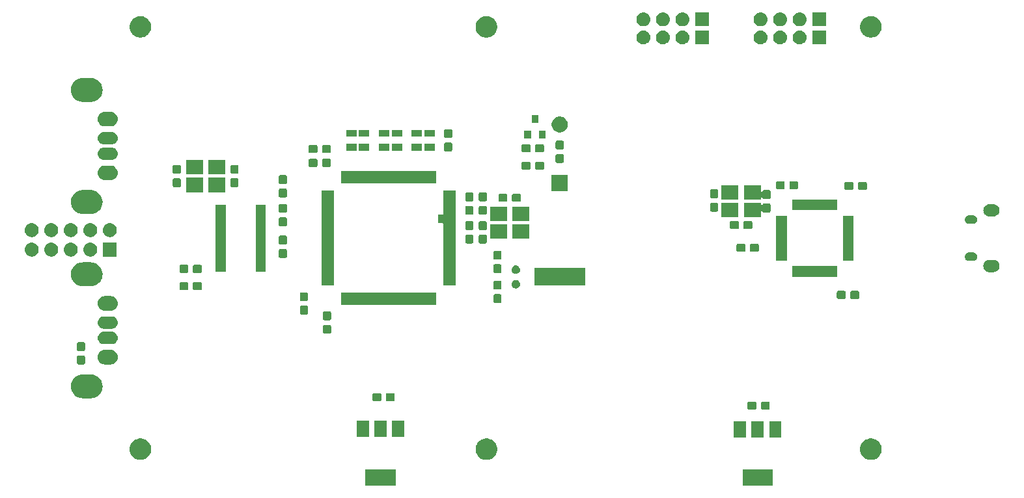
<source format=gbr>
G04 #@! TF.GenerationSoftware,KiCad,Pcbnew,(5.0.1)*
G04 #@! TF.CreationDate,2018-11-29T09:51:47+09:00*
G04 #@! TF.ProjectId,securehid,7365637572656869642E6B696361645F,rev?*
G04 #@! TF.SameCoordinates,Original*
G04 #@! TF.FileFunction,Soldermask,Top*
G04 #@! TF.FilePolarity,Negative*
%FSLAX46Y46*%
G04 Gerber Fmt 4.6, Leading zero omitted, Abs format (unit mm)*
G04 Created by KiCad (PCBNEW (5.0.1)) date Thu Nov 29 09:51:47 2018*
%MOMM*%
%LPD*%
G01*
G04 APERTURE LIST*
%ADD10C,0.100000*%
G04 APERTURE END LIST*
D10*
G36*
X133701000Y-113251000D02*
X129799000Y-113251000D01*
X129799000Y-111149000D01*
X133701000Y-111149000D01*
X133701000Y-113251000D01*
X133701000Y-113251000D01*
G37*
G36*
X84651000Y-113201000D02*
X80749000Y-113201000D01*
X80749000Y-111099000D01*
X84651000Y-111099000D01*
X84651000Y-113201000D01*
X84651000Y-113201000D01*
G37*
G36*
X96798433Y-107124893D02*
X96888657Y-107142839D01*
X96994267Y-107186585D01*
X97143621Y-107248449D01*
X97373089Y-107401774D01*
X97568226Y-107596911D01*
X97721551Y-107826379D01*
X97827161Y-108081344D01*
X97881000Y-108352012D01*
X97881000Y-108627988D01*
X97827161Y-108898656D01*
X97721551Y-109153621D01*
X97568226Y-109383089D01*
X97373089Y-109578226D01*
X97143621Y-109731551D01*
X96994267Y-109793415D01*
X96888657Y-109837161D01*
X96798433Y-109855107D01*
X96617988Y-109891000D01*
X96342012Y-109891000D01*
X96161567Y-109855107D01*
X96071343Y-109837161D01*
X95965733Y-109793415D01*
X95816379Y-109731551D01*
X95586911Y-109578226D01*
X95391774Y-109383089D01*
X95238449Y-109153621D01*
X95132839Y-108898656D01*
X95079000Y-108627988D01*
X95079000Y-108352012D01*
X95132839Y-108081344D01*
X95238449Y-107826379D01*
X95391774Y-107596911D01*
X95586911Y-107401774D01*
X95816379Y-107248449D01*
X95965733Y-107186585D01*
X96071343Y-107142839D01*
X96161567Y-107124893D01*
X96342012Y-107089000D01*
X96617988Y-107089000D01*
X96798433Y-107124893D01*
X96798433Y-107124893D01*
G37*
G36*
X51788433Y-107124893D02*
X51878657Y-107142839D01*
X51984267Y-107186585D01*
X52133621Y-107248449D01*
X52363089Y-107401774D01*
X52558226Y-107596911D01*
X52711551Y-107826379D01*
X52817161Y-108081344D01*
X52871000Y-108352012D01*
X52871000Y-108627988D01*
X52817161Y-108898656D01*
X52711551Y-109153621D01*
X52558226Y-109383089D01*
X52363089Y-109578226D01*
X52133621Y-109731551D01*
X51984267Y-109793415D01*
X51878657Y-109837161D01*
X51788433Y-109855107D01*
X51607988Y-109891000D01*
X51332012Y-109891000D01*
X51151567Y-109855107D01*
X51061343Y-109837161D01*
X50955733Y-109793415D01*
X50806379Y-109731551D01*
X50576911Y-109578226D01*
X50381774Y-109383089D01*
X50228449Y-109153621D01*
X50122839Y-108898656D01*
X50069000Y-108627988D01*
X50069000Y-108352012D01*
X50122839Y-108081344D01*
X50228449Y-107826379D01*
X50381774Y-107596911D01*
X50576911Y-107401774D01*
X50806379Y-107248449D01*
X50955733Y-107186585D01*
X51061343Y-107142839D01*
X51151567Y-107124893D01*
X51332012Y-107089000D01*
X51607988Y-107089000D01*
X51788433Y-107124893D01*
X51788433Y-107124893D01*
G37*
G36*
X146788433Y-107124893D02*
X146878657Y-107142839D01*
X146984267Y-107186585D01*
X147133621Y-107248449D01*
X147363089Y-107401774D01*
X147558226Y-107596911D01*
X147711551Y-107826379D01*
X147817161Y-108081344D01*
X147871000Y-108352012D01*
X147871000Y-108627988D01*
X147817161Y-108898656D01*
X147711551Y-109153621D01*
X147558226Y-109383089D01*
X147363089Y-109578226D01*
X147133621Y-109731551D01*
X146984267Y-109793415D01*
X146878657Y-109837161D01*
X146788433Y-109855107D01*
X146607988Y-109891000D01*
X146332012Y-109891000D01*
X146151567Y-109855107D01*
X146061343Y-109837161D01*
X145955733Y-109793415D01*
X145806379Y-109731551D01*
X145576911Y-109578226D01*
X145381774Y-109383089D01*
X145228449Y-109153621D01*
X145122839Y-108898656D01*
X145069000Y-108627988D01*
X145069000Y-108352012D01*
X145122839Y-108081344D01*
X145228449Y-107826379D01*
X145381774Y-107596911D01*
X145576911Y-107401774D01*
X145806379Y-107248449D01*
X145955733Y-107186585D01*
X146061343Y-107142839D01*
X146151567Y-107124893D01*
X146332012Y-107089000D01*
X146607988Y-107089000D01*
X146788433Y-107124893D01*
X146788433Y-107124893D01*
G37*
G36*
X132551000Y-106951000D02*
X130949000Y-106951000D01*
X130949000Y-104849000D01*
X132551000Y-104849000D01*
X132551000Y-106951000D01*
X132551000Y-106951000D01*
G37*
G36*
X130251000Y-106951000D02*
X128649000Y-106951000D01*
X128649000Y-104849000D01*
X130251000Y-104849000D01*
X130251000Y-106951000D01*
X130251000Y-106951000D01*
G37*
G36*
X134851000Y-106951000D02*
X133249000Y-106951000D01*
X133249000Y-104849000D01*
X134851000Y-104849000D01*
X134851000Y-106951000D01*
X134851000Y-106951000D01*
G37*
G36*
X85801000Y-106901000D02*
X84199000Y-106901000D01*
X84199000Y-104799000D01*
X85801000Y-104799000D01*
X85801000Y-106901000D01*
X85801000Y-106901000D01*
G37*
G36*
X81201000Y-106901000D02*
X79599000Y-106901000D01*
X79599000Y-104799000D01*
X81201000Y-104799000D01*
X81201000Y-106901000D01*
X81201000Y-106901000D01*
G37*
G36*
X83501000Y-106901000D02*
X81899000Y-106901000D01*
X81899000Y-104799000D01*
X83501000Y-104799000D01*
X83501000Y-106901000D01*
X83501000Y-106901000D01*
G37*
G36*
X133164499Y-102278445D02*
X133201993Y-102289819D01*
X133236557Y-102308294D01*
X133266847Y-102333153D01*
X133291706Y-102363443D01*
X133310181Y-102398007D01*
X133321555Y-102435501D01*
X133326000Y-102480638D01*
X133326000Y-103119362D01*
X133321555Y-103164499D01*
X133310181Y-103201993D01*
X133291706Y-103236557D01*
X133266847Y-103266847D01*
X133236557Y-103291706D01*
X133201993Y-103310181D01*
X133164499Y-103321555D01*
X133119362Y-103326000D01*
X132380638Y-103326000D01*
X132335501Y-103321555D01*
X132298007Y-103310181D01*
X132263443Y-103291706D01*
X132233153Y-103266847D01*
X132208294Y-103236557D01*
X132189819Y-103201993D01*
X132178445Y-103164499D01*
X132174000Y-103119362D01*
X132174000Y-102480638D01*
X132178445Y-102435501D01*
X132189819Y-102398007D01*
X132208294Y-102363443D01*
X132233153Y-102333153D01*
X132263443Y-102308294D01*
X132298007Y-102289819D01*
X132335501Y-102278445D01*
X132380638Y-102274000D01*
X133119362Y-102274000D01*
X133164499Y-102278445D01*
X133164499Y-102278445D01*
G37*
G36*
X131414499Y-102278445D02*
X131451993Y-102289819D01*
X131486557Y-102308294D01*
X131516847Y-102333153D01*
X131541706Y-102363443D01*
X131560181Y-102398007D01*
X131571555Y-102435501D01*
X131576000Y-102480638D01*
X131576000Y-103119362D01*
X131571555Y-103164499D01*
X131560181Y-103201993D01*
X131541706Y-103236557D01*
X131516847Y-103266847D01*
X131486557Y-103291706D01*
X131451993Y-103310181D01*
X131414499Y-103321555D01*
X131369362Y-103326000D01*
X130630638Y-103326000D01*
X130585501Y-103321555D01*
X130548007Y-103310181D01*
X130513443Y-103291706D01*
X130483153Y-103266847D01*
X130458294Y-103236557D01*
X130439819Y-103201993D01*
X130428445Y-103164499D01*
X130424000Y-103119362D01*
X130424000Y-102480638D01*
X130428445Y-102435501D01*
X130439819Y-102398007D01*
X130458294Y-102363443D01*
X130483153Y-102333153D01*
X130513443Y-102308294D01*
X130548007Y-102289819D01*
X130585501Y-102278445D01*
X130630638Y-102274000D01*
X131369362Y-102274000D01*
X131414499Y-102278445D01*
X131414499Y-102278445D01*
G37*
G36*
X84389499Y-101178445D02*
X84426993Y-101189819D01*
X84461557Y-101208294D01*
X84491847Y-101233153D01*
X84516706Y-101263443D01*
X84535181Y-101298007D01*
X84546555Y-101335501D01*
X84551000Y-101380638D01*
X84551000Y-102019362D01*
X84546555Y-102064499D01*
X84535181Y-102101993D01*
X84516706Y-102136557D01*
X84491847Y-102166847D01*
X84461557Y-102191706D01*
X84426993Y-102210181D01*
X84389499Y-102221555D01*
X84344362Y-102226000D01*
X83605638Y-102226000D01*
X83560501Y-102221555D01*
X83523007Y-102210181D01*
X83488443Y-102191706D01*
X83458153Y-102166847D01*
X83433294Y-102136557D01*
X83414819Y-102101993D01*
X83403445Y-102064499D01*
X83399000Y-102019362D01*
X83399000Y-101380638D01*
X83403445Y-101335501D01*
X83414819Y-101298007D01*
X83433294Y-101263443D01*
X83458153Y-101233153D01*
X83488443Y-101208294D01*
X83523007Y-101189819D01*
X83560501Y-101178445D01*
X83605638Y-101174000D01*
X84344362Y-101174000D01*
X84389499Y-101178445D01*
X84389499Y-101178445D01*
G37*
G36*
X82639499Y-101178445D02*
X82676993Y-101189819D01*
X82711557Y-101208294D01*
X82741847Y-101233153D01*
X82766706Y-101263443D01*
X82785181Y-101298007D01*
X82796555Y-101335501D01*
X82801000Y-101380638D01*
X82801000Y-102019362D01*
X82796555Y-102064499D01*
X82785181Y-102101993D01*
X82766706Y-102136557D01*
X82741847Y-102166847D01*
X82711557Y-102191706D01*
X82676993Y-102210181D01*
X82639499Y-102221555D01*
X82594362Y-102226000D01*
X81855638Y-102226000D01*
X81810501Y-102221555D01*
X81773007Y-102210181D01*
X81738443Y-102191706D01*
X81708153Y-102166847D01*
X81683294Y-102136557D01*
X81664819Y-102101993D01*
X81653445Y-102064499D01*
X81649000Y-102019362D01*
X81649000Y-101380638D01*
X81653445Y-101335501D01*
X81664819Y-101298007D01*
X81683294Y-101263443D01*
X81708153Y-101233153D01*
X81738443Y-101208294D01*
X81773007Y-101189819D01*
X81810501Y-101178445D01*
X81855638Y-101174000D01*
X82594362Y-101174000D01*
X82639499Y-101178445D01*
X82639499Y-101178445D01*
G37*
G36*
X45152143Y-98756481D02*
X45304049Y-98771442D01*
X45498959Y-98830567D01*
X45596415Y-98860130D01*
X45694690Y-98912660D01*
X45865858Y-99004151D01*
X46102029Y-99197971D01*
X46295849Y-99434142D01*
X46387340Y-99605310D01*
X46439870Y-99703585D01*
X46439870Y-99703586D01*
X46528558Y-99995951D01*
X46558504Y-100300000D01*
X46528558Y-100604049D01*
X46469433Y-100798959D01*
X46439870Y-100896415D01*
X46387340Y-100994690D01*
X46295849Y-101165858D01*
X46102029Y-101402029D01*
X45865858Y-101595849D01*
X45694690Y-101687340D01*
X45596415Y-101739870D01*
X45498959Y-101769433D01*
X45304049Y-101828558D01*
X45152143Y-101843519D01*
X45076191Y-101851000D01*
X43923809Y-101851000D01*
X43847857Y-101843519D01*
X43695951Y-101828558D01*
X43501041Y-101769433D01*
X43403585Y-101739870D01*
X43305310Y-101687340D01*
X43134142Y-101595849D01*
X42897971Y-101402029D01*
X42704151Y-101165858D01*
X42612660Y-100994690D01*
X42560130Y-100896415D01*
X42530567Y-100798959D01*
X42471442Y-100604049D01*
X42441496Y-100300000D01*
X42471442Y-99995951D01*
X42560130Y-99703586D01*
X42560130Y-99703585D01*
X42612660Y-99605310D01*
X42704151Y-99434142D01*
X42897971Y-99197971D01*
X43134142Y-99004151D01*
X43305310Y-98912660D01*
X43403585Y-98860130D01*
X43501041Y-98830567D01*
X43695951Y-98771442D01*
X43847857Y-98756481D01*
X43923809Y-98749000D01*
X45076191Y-98749000D01*
X45152143Y-98756481D01*
X45152143Y-98756481D01*
G37*
G36*
X47746425Y-95562760D02*
X47746428Y-95562761D01*
X47746429Y-95562761D01*
X47925693Y-95617140D01*
X47925695Y-95617141D01*
X48090905Y-95705448D01*
X48235712Y-95824288D01*
X48354552Y-95969095D01*
X48442859Y-96134305D01*
X48497240Y-96313575D01*
X48515601Y-96500000D01*
X48497240Y-96686425D01*
X48442859Y-96865695D01*
X48354552Y-97030905D01*
X48235712Y-97175712D01*
X48090905Y-97294552D01*
X48090903Y-97294553D01*
X47925693Y-97382860D01*
X47746429Y-97437239D01*
X47746428Y-97437239D01*
X47746425Y-97437240D01*
X47606718Y-97451000D01*
X46813282Y-97451000D01*
X46673575Y-97437240D01*
X46673572Y-97437239D01*
X46673571Y-97437239D01*
X46494307Y-97382860D01*
X46329097Y-97294553D01*
X46329095Y-97294552D01*
X46184288Y-97175712D01*
X46065448Y-97030905D01*
X45977141Y-96865695D01*
X45922760Y-96686425D01*
X45904399Y-96500000D01*
X45922760Y-96313575D01*
X45977141Y-96134305D01*
X46065448Y-95969095D01*
X46184288Y-95824288D01*
X46329095Y-95705448D01*
X46494305Y-95617141D01*
X46494307Y-95617140D01*
X46673571Y-95562761D01*
X46673572Y-95562761D01*
X46673575Y-95562760D01*
X46813282Y-95549000D01*
X47606718Y-95549000D01*
X47746425Y-95562760D01*
X47746425Y-95562760D01*
G37*
G36*
X44114499Y-96303445D02*
X44151993Y-96314819D01*
X44186557Y-96333294D01*
X44216847Y-96358153D01*
X44241706Y-96388443D01*
X44260181Y-96423007D01*
X44271555Y-96460501D01*
X44276000Y-96505638D01*
X44276000Y-97244362D01*
X44271555Y-97289499D01*
X44260181Y-97326993D01*
X44241706Y-97361557D01*
X44216847Y-97391847D01*
X44186557Y-97416706D01*
X44151993Y-97435181D01*
X44114499Y-97446555D01*
X44069362Y-97451000D01*
X43430638Y-97451000D01*
X43385501Y-97446555D01*
X43348007Y-97435181D01*
X43313443Y-97416706D01*
X43283153Y-97391847D01*
X43258294Y-97361557D01*
X43239819Y-97326993D01*
X43228445Y-97289499D01*
X43224000Y-97244362D01*
X43224000Y-96505638D01*
X43228445Y-96460501D01*
X43239819Y-96423007D01*
X43258294Y-96388443D01*
X43283153Y-96358153D01*
X43313443Y-96333294D01*
X43348007Y-96314819D01*
X43385501Y-96303445D01*
X43430638Y-96299000D01*
X44069362Y-96299000D01*
X44114499Y-96303445D01*
X44114499Y-96303445D01*
G37*
G36*
X44114499Y-94553445D02*
X44151993Y-94564819D01*
X44186557Y-94583294D01*
X44216847Y-94608153D01*
X44241706Y-94638443D01*
X44260181Y-94673007D01*
X44271555Y-94710501D01*
X44276000Y-94755638D01*
X44276000Y-95494362D01*
X44271555Y-95539499D01*
X44260181Y-95576993D01*
X44241706Y-95611557D01*
X44216847Y-95641847D01*
X44186557Y-95666706D01*
X44151993Y-95685181D01*
X44114499Y-95696555D01*
X44069362Y-95701000D01*
X43430638Y-95701000D01*
X43385501Y-95696555D01*
X43348007Y-95685181D01*
X43313443Y-95666706D01*
X43283153Y-95641847D01*
X43258294Y-95611557D01*
X43239819Y-95576993D01*
X43228445Y-95539499D01*
X43224000Y-95494362D01*
X43224000Y-94755638D01*
X43228445Y-94710501D01*
X43239819Y-94673007D01*
X43258294Y-94638443D01*
X43283153Y-94608153D01*
X43313443Y-94583294D01*
X43348007Y-94564819D01*
X43385501Y-94553445D01*
X43430638Y-94549000D01*
X44069362Y-94549000D01*
X44114499Y-94553445D01*
X44114499Y-94553445D01*
G37*
G36*
X47867025Y-93210590D02*
X48018012Y-93256392D01*
X48157165Y-93330770D01*
X48279133Y-93430867D01*
X48379230Y-93552835D01*
X48453608Y-93691988D01*
X48499410Y-93842975D01*
X48514875Y-94000000D01*
X48499410Y-94157025D01*
X48453608Y-94308012D01*
X48379230Y-94447165D01*
X48279133Y-94569133D01*
X48157165Y-94669230D01*
X48018012Y-94743608D01*
X47867025Y-94789410D01*
X47749346Y-94801000D01*
X46670654Y-94801000D01*
X46552975Y-94789410D01*
X46401988Y-94743608D01*
X46262835Y-94669230D01*
X46140867Y-94569133D01*
X46040770Y-94447165D01*
X45966392Y-94308012D01*
X45920590Y-94157025D01*
X45905125Y-94000000D01*
X45920590Y-93842975D01*
X45966392Y-93691988D01*
X46040770Y-93552835D01*
X46140867Y-93430867D01*
X46262835Y-93330770D01*
X46401988Y-93256392D01*
X46552975Y-93210590D01*
X46670654Y-93199000D01*
X47749346Y-93199000D01*
X47867025Y-93210590D01*
X47867025Y-93210590D01*
G37*
G36*
X76114499Y-92303445D02*
X76151993Y-92314819D01*
X76186557Y-92333294D01*
X76216847Y-92358153D01*
X76241706Y-92388443D01*
X76260181Y-92423007D01*
X76271555Y-92460501D01*
X76276000Y-92505638D01*
X76276000Y-93244362D01*
X76271555Y-93289499D01*
X76260181Y-93326993D01*
X76241706Y-93361557D01*
X76216847Y-93391847D01*
X76186557Y-93416706D01*
X76151993Y-93435181D01*
X76114499Y-93446555D01*
X76069362Y-93451000D01*
X75430638Y-93451000D01*
X75385501Y-93446555D01*
X75348007Y-93435181D01*
X75313443Y-93416706D01*
X75283153Y-93391847D01*
X75258294Y-93361557D01*
X75239819Y-93326993D01*
X75228445Y-93289499D01*
X75224000Y-93244362D01*
X75224000Y-92505638D01*
X75228445Y-92460501D01*
X75239819Y-92423007D01*
X75258294Y-92388443D01*
X75283153Y-92358153D01*
X75313443Y-92333294D01*
X75348007Y-92314819D01*
X75385501Y-92303445D01*
X75430638Y-92299000D01*
X76069362Y-92299000D01*
X76114499Y-92303445D01*
X76114499Y-92303445D01*
G37*
G36*
X47867025Y-91210590D02*
X48018012Y-91256392D01*
X48157165Y-91330770D01*
X48279133Y-91430867D01*
X48379230Y-91552835D01*
X48453608Y-91691988D01*
X48499410Y-91842975D01*
X48514875Y-92000000D01*
X48499410Y-92157025D01*
X48453608Y-92308012D01*
X48379230Y-92447165D01*
X48279133Y-92569133D01*
X48157165Y-92669230D01*
X48018012Y-92743608D01*
X47867025Y-92789410D01*
X47749346Y-92801000D01*
X46670654Y-92801000D01*
X46552975Y-92789410D01*
X46401988Y-92743608D01*
X46262835Y-92669230D01*
X46140867Y-92569133D01*
X46040770Y-92447165D01*
X45966392Y-92308012D01*
X45920590Y-92157025D01*
X45905125Y-92000000D01*
X45920590Y-91842975D01*
X45966392Y-91691988D01*
X46040770Y-91552835D01*
X46140867Y-91430867D01*
X46262835Y-91330770D01*
X46401988Y-91256392D01*
X46552975Y-91210590D01*
X46670654Y-91199000D01*
X47749346Y-91199000D01*
X47867025Y-91210590D01*
X47867025Y-91210590D01*
G37*
G36*
X76114499Y-90553445D02*
X76151993Y-90564819D01*
X76186557Y-90583294D01*
X76216847Y-90608153D01*
X76241706Y-90638443D01*
X76260181Y-90673007D01*
X76271555Y-90710501D01*
X76276000Y-90755638D01*
X76276000Y-91494362D01*
X76271555Y-91539499D01*
X76260181Y-91576993D01*
X76241706Y-91611557D01*
X76216847Y-91641847D01*
X76186557Y-91666706D01*
X76151993Y-91685181D01*
X76114499Y-91696555D01*
X76069362Y-91701000D01*
X75430638Y-91701000D01*
X75385501Y-91696555D01*
X75348007Y-91685181D01*
X75313443Y-91666706D01*
X75283153Y-91641847D01*
X75258294Y-91611557D01*
X75239819Y-91576993D01*
X75228445Y-91539499D01*
X75224000Y-91494362D01*
X75224000Y-90755638D01*
X75228445Y-90710501D01*
X75239819Y-90673007D01*
X75258294Y-90638443D01*
X75283153Y-90608153D01*
X75313443Y-90583294D01*
X75348007Y-90564819D01*
X75385501Y-90553445D01*
X75430638Y-90549000D01*
X76069362Y-90549000D01*
X76114499Y-90553445D01*
X76114499Y-90553445D01*
G37*
G36*
X73114499Y-89803445D02*
X73151993Y-89814819D01*
X73186557Y-89833294D01*
X73216847Y-89858153D01*
X73241706Y-89888443D01*
X73260181Y-89923007D01*
X73271555Y-89960501D01*
X73276000Y-90005638D01*
X73276000Y-90744362D01*
X73271555Y-90789499D01*
X73260181Y-90826993D01*
X73241706Y-90861557D01*
X73216847Y-90891847D01*
X73186557Y-90916706D01*
X73151993Y-90935181D01*
X73114499Y-90946555D01*
X73069362Y-90951000D01*
X72430638Y-90951000D01*
X72385501Y-90946555D01*
X72348007Y-90935181D01*
X72313443Y-90916706D01*
X72283153Y-90891847D01*
X72258294Y-90861557D01*
X72239819Y-90826993D01*
X72228445Y-90789499D01*
X72224000Y-90744362D01*
X72224000Y-90005638D01*
X72228445Y-89960501D01*
X72239819Y-89923007D01*
X72258294Y-89888443D01*
X72283153Y-89858153D01*
X72313443Y-89833294D01*
X72348007Y-89814819D01*
X72385501Y-89803445D01*
X72430638Y-89799000D01*
X73069362Y-89799000D01*
X73114499Y-89803445D01*
X73114499Y-89803445D01*
G37*
G36*
X47746425Y-88562760D02*
X47746428Y-88562761D01*
X47746429Y-88562761D01*
X47925693Y-88617140D01*
X47925695Y-88617141D01*
X48090905Y-88705448D01*
X48235712Y-88824288D01*
X48354552Y-88969095D01*
X48391728Y-89038646D01*
X48442860Y-89134307D01*
X48489678Y-89288646D01*
X48497240Y-89313575D01*
X48515601Y-89500000D01*
X48497240Y-89686425D01*
X48497239Y-89686428D01*
X48497239Y-89686429D01*
X48449646Y-89843323D01*
X48442859Y-89865695D01*
X48354552Y-90030905D01*
X48235712Y-90175712D01*
X48090905Y-90294552D01*
X48090903Y-90294553D01*
X47925693Y-90382860D01*
X47746429Y-90437239D01*
X47746428Y-90437239D01*
X47746425Y-90437240D01*
X47606718Y-90451000D01*
X46813282Y-90451000D01*
X46673575Y-90437240D01*
X46673572Y-90437239D01*
X46673571Y-90437239D01*
X46494307Y-90382860D01*
X46329097Y-90294553D01*
X46329095Y-90294552D01*
X46184288Y-90175712D01*
X46065448Y-90030905D01*
X45977141Y-89865695D01*
X45970355Y-89843323D01*
X45922761Y-89686429D01*
X45922761Y-89686428D01*
X45922760Y-89686425D01*
X45904399Y-89500000D01*
X45922760Y-89313575D01*
X45930322Y-89288646D01*
X45977140Y-89134307D01*
X46028272Y-89038646D01*
X46065448Y-88969095D01*
X46184288Y-88824288D01*
X46329095Y-88705448D01*
X46494305Y-88617141D01*
X46494307Y-88617140D01*
X46673571Y-88562761D01*
X46673572Y-88562761D01*
X46673575Y-88562760D01*
X46813282Y-88549000D01*
X47606718Y-88549000D01*
X47746425Y-88562760D01*
X47746425Y-88562760D01*
G37*
G36*
X89941000Y-89701000D02*
X77559000Y-89701000D01*
X77559000Y-88099000D01*
X89941000Y-88099000D01*
X89941000Y-89701000D01*
X89941000Y-89701000D01*
G37*
G36*
X98264499Y-88303445D02*
X98301993Y-88314819D01*
X98336557Y-88333294D01*
X98366847Y-88358153D01*
X98391706Y-88388443D01*
X98410181Y-88423007D01*
X98421555Y-88460501D01*
X98426000Y-88505638D01*
X98426000Y-89244362D01*
X98421555Y-89289499D01*
X98410181Y-89326993D01*
X98391706Y-89361557D01*
X98366847Y-89391847D01*
X98336557Y-89416706D01*
X98301993Y-89435181D01*
X98264499Y-89446555D01*
X98219362Y-89451000D01*
X97580638Y-89451000D01*
X97535501Y-89446555D01*
X97498007Y-89435181D01*
X97463443Y-89416706D01*
X97433153Y-89391847D01*
X97408294Y-89361557D01*
X97389819Y-89326993D01*
X97378445Y-89289499D01*
X97374000Y-89244362D01*
X97374000Y-88505638D01*
X97378445Y-88460501D01*
X97389819Y-88423007D01*
X97408294Y-88388443D01*
X97433153Y-88358153D01*
X97463443Y-88333294D01*
X97498007Y-88314819D01*
X97535501Y-88303445D01*
X97580638Y-88299000D01*
X98219362Y-88299000D01*
X98264499Y-88303445D01*
X98264499Y-88303445D01*
G37*
G36*
X73114499Y-88053445D02*
X73151993Y-88064819D01*
X73186557Y-88083294D01*
X73216847Y-88108153D01*
X73241706Y-88138443D01*
X73260181Y-88173007D01*
X73271555Y-88210501D01*
X73276000Y-88255638D01*
X73276000Y-88994362D01*
X73271555Y-89039499D01*
X73260181Y-89076993D01*
X73241706Y-89111557D01*
X73216847Y-89141847D01*
X73186557Y-89166706D01*
X73151993Y-89185181D01*
X73114499Y-89196555D01*
X73069362Y-89201000D01*
X72430638Y-89201000D01*
X72385501Y-89196555D01*
X72348007Y-89185181D01*
X72313443Y-89166706D01*
X72283153Y-89141847D01*
X72258294Y-89111557D01*
X72239819Y-89076993D01*
X72228445Y-89039499D01*
X72224000Y-88994362D01*
X72224000Y-88255638D01*
X72228445Y-88210501D01*
X72239819Y-88173007D01*
X72258294Y-88138443D01*
X72283153Y-88108153D01*
X72313443Y-88083294D01*
X72348007Y-88064819D01*
X72385501Y-88053445D01*
X72430638Y-88049000D01*
X73069362Y-88049000D01*
X73114499Y-88053445D01*
X73114499Y-88053445D01*
G37*
G36*
X143039499Y-87878445D02*
X143076993Y-87889819D01*
X143111557Y-87908294D01*
X143141847Y-87933153D01*
X143166706Y-87963443D01*
X143185181Y-87998007D01*
X143196555Y-88035501D01*
X143201000Y-88080638D01*
X143201000Y-88719362D01*
X143196555Y-88764499D01*
X143185181Y-88801993D01*
X143166706Y-88836557D01*
X143141847Y-88866847D01*
X143111557Y-88891706D01*
X143076993Y-88910181D01*
X143039499Y-88921555D01*
X142994362Y-88926000D01*
X142255638Y-88926000D01*
X142210501Y-88921555D01*
X142173007Y-88910181D01*
X142138443Y-88891706D01*
X142108153Y-88866847D01*
X142083294Y-88836557D01*
X142064819Y-88801993D01*
X142053445Y-88764499D01*
X142049000Y-88719362D01*
X142049000Y-88080638D01*
X142053445Y-88035501D01*
X142064819Y-87998007D01*
X142083294Y-87963443D01*
X142108153Y-87933153D01*
X142138443Y-87908294D01*
X142173007Y-87889819D01*
X142210501Y-87878445D01*
X142255638Y-87874000D01*
X142994362Y-87874000D01*
X143039499Y-87878445D01*
X143039499Y-87878445D01*
G37*
G36*
X144789499Y-87878445D02*
X144826993Y-87889819D01*
X144861557Y-87908294D01*
X144891847Y-87933153D01*
X144916706Y-87963443D01*
X144935181Y-87998007D01*
X144946555Y-88035501D01*
X144951000Y-88080638D01*
X144951000Y-88719362D01*
X144946555Y-88764499D01*
X144935181Y-88801993D01*
X144916706Y-88836557D01*
X144891847Y-88866847D01*
X144861557Y-88891706D01*
X144826993Y-88910181D01*
X144789499Y-88921555D01*
X144744362Y-88926000D01*
X144005638Y-88926000D01*
X143960501Y-88921555D01*
X143923007Y-88910181D01*
X143888443Y-88891706D01*
X143858153Y-88866847D01*
X143833294Y-88836557D01*
X143814819Y-88801993D01*
X143803445Y-88764499D01*
X143799000Y-88719362D01*
X143799000Y-88080638D01*
X143803445Y-88035501D01*
X143814819Y-87998007D01*
X143833294Y-87963443D01*
X143858153Y-87933153D01*
X143888443Y-87908294D01*
X143923007Y-87889819D01*
X143960501Y-87878445D01*
X144005638Y-87874000D01*
X144744362Y-87874000D01*
X144789499Y-87878445D01*
X144789499Y-87878445D01*
G37*
G36*
X57539499Y-86728445D02*
X57576993Y-86739819D01*
X57611557Y-86758294D01*
X57641847Y-86783153D01*
X57666706Y-86813443D01*
X57685181Y-86848007D01*
X57696555Y-86885501D01*
X57701000Y-86930638D01*
X57701000Y-87569362D01*
X57696555Y-87614499D01*
X57685181Y-87651993D01*
X57666706Y-87686557D01*
X57641847Y-87716847D01*
X57611557Y-87741706D01*
X57576993Y-87760181D01*
X57539499Y-87771555D01*
X57494362Y-87776000D01*
X56755638Y-87776000D01*
X56710501Y-87771555D01*
X56673007Y-87760181D01*
X56638443Y-87741706D01*
X56608153Y-87716847D01*
X56583294Y-87686557D01*
X56564819Y-87651993D01*
X56553445Y-87614499D01*
X56549000Y-87569362D01*
X56549000Y-86930638D01*
X56553445Y-86885501D01*
X56564819Y-86848007D01*
X56583294Y-86813443D01*
X56608153Y-86783153D01*
X56638443Y-86758294D01*
X56673007Y-86739819D01*
X56710501Y-86728445D01*
X56755638Y-86724000D01*
X57494362Y-86724000D01*
X57539499Y-86728445D01*
X57539499Y-86728445D01*
G37*
G36*
X59289499Y-86728445D02*
X59326993Y-86739819D01*
X59361557Y-86758294D01*
X59391847Y-86783153D01*
X59416706Y-86813443D01*
X59435181Y-86848007D01*
X59446555Y-86885501D01*
X59451000Y-86930638D01*
X59451000Y-87569362D01*
X59446555Y-87614499D01*
X59435181Y-87651993D01*
X59416706Y-87686557D01*
X59391847Y-87716847D01*
X59361557Y-87741706D01*
X59326993Y-87760181D01*
X59289499Y-87771555D01*
X59244362Y-87776000D01*
X58505638Y-87776000D01*
X58460501Y-87771555D01*
X58423007Y-87760181D01*
X58388443Y-87741706D01*
X58358153Y-87716847D01*
X58333294Y-87686557D01*
X58314819Y-87651993D01*
X58303445Y-87614499D01*
X58299000Y-87569362D01*
X58299000Y-86930638D01*
X58303445Y-86885501D01*
X58314819Y-86848007D01*
X58333294Y-86813443D01*
X58358153Y-86783153D01*
X58388443Y-86758294D01*
X58423007Y-86739819D01*
X58460501Y-86728445D01*
X58505638Y-86724000D01*
X59244362Y-86724000D01*
X59289499Y-86728445D01*
X59289499Y-86728445D01*
G37*
G36*
X98264499Y-86553445D02*
X98301993Y-86564819D01*
X98336557Y-86583294D01*
X98366847Y-86608153D01*
X98391706Y-86638443D01*
X98410181Y-86673007D01*
X98421555Y-86710501D01*
X98426000Y-86755638D01*
X98426000Y-87494362D01*
X98421555Y-87539499D01*
X98410181Y-87576993D01*
X98391706Y-87611557D01*
X98366847Y-87641847D01*
X98336557Y-87666706D01*
X98301993Y-87685181D01*
X98264499Y-87696555D01*
X98219362Y-87701000D01*
X97580638Y-87701000D01*
X97535501Y-87696555D01*
X97498007Y-87685181D01*
X97463443Y-87666706D01*
X97433153Y-87641847D01*
X97408294Y-87611557D01*
X97389819Y-87576993D01*
X97378445Y-87539499D01*
X97374000Y-87494362D01*
X97374000Y-86755638D01*
X97378445Y-86710501D01*
X97389819Y-86673007D01*
X97408294Y-86638443D01*
X97433153Y-86608153D01*
X97463443Y-86583294D01*
X97498007Y-86564819D01*
X97535501Y-86553445D01*
X97580638Y-86549000D01*
X98219362Y-86549000D01*
X98264499Y-86553445D01*
X98264499Y-86553445D01*
G37*
G36*
X100460721Y-86470174D02*
X100560995Y-86511709D01*
X100651245Y-86572012D01*
X100727988Y-86648755D01*
X100788291Y-86739005D01*
X100829826Y-86839279D01*
X100851000Y-86945730D01*
X100851000Y-87054270D01*
X100829826Y-87160721D01*
X100788291Y-87260995D01*
X100727988Y-87351245D01*
X100651245Y-87427988D01*
X100560995Y-87488291D01*
X100460721Y-87529826D01*
X100354270Y-87551000D01*
X100245730Y-87551000D01*
X100139279Y-87529826D01*
X100039005Y-87488291D01*
X99948755Y-87427988D01*
X99872012Y-87351245D01*
X99811709Y-87260995D01*
X99770174Y-87160721D01*
X99749000Y-87054270D01*
X99749000Y-86945730D01*
X99770174Y-86839279D01*
X99811709Y-86739005D01*
X99872012Y-86648755D01*
X99948755Y-86572012D01*
X100039005Y-86511709D01*
X100139279Y-86470174D01*
X100245730Y-86449000D01*
X100354270Y-86449000D01*
X100460721Y-86470174D01*
X100460721Y-86470174D01*
G37*
G36*
X45152143Y-84156481D02*
X45304049Y-84171442D01*
X45498959Y-84230567D01*
X45596415Y-84260130D01*
X45687843Y-84309000D01*
X45865858Y-84404151D01*
X46102029Y-84597971D01*
X46295849Y-84834142D01*
X46330516Y-84899000D01*
X46439870Y-85103585D01*
X46439870Y-85103586D01*
X46528558Y-85395951D01*
X46558504Y-85700000D01*
X46528558Y-86004049D01*
X46471847Y-86191000D01*
X46439870Y-86296415D01*
X46433143Y-86309000D01*
X46295849Y-86565858D01*
X46102029Y-86802029D01*
X45865858Y-86995849D01*
X45756560Y-87054270D01*
X45596415Y-87139870D01*
X45527678Y-87160721D01*
X45304049Y-87228558D01*
X45152143Y-87243519D01*
X45076191Y-87251000D01*
X43923809Y-87251000D01*
X43847857Y-87243519D01*
X43695951Y-87228558D01*
X43472322Y-87160721D01*
X43403585Y-87139870D01*
X43243440Y-87054270D01*
X43134142Y-86995849D01*
X42897971Y-86802029D01*
X42704151Y-86565858D01*
X42566857Y-86309000D01*
X42560130Y-86296415D01*
X42528153Y-86191000D01*
X42471442Y-86004049D01*
X42441496Y-85700000D01*
X42471442Y-85395951D01*
X42560130Y-85103586D01*
X42560130Y-85103585D01*
X42669484Y-84899000D01*
X42704151Y-84834142D01*
X42897971Y-84597971D01*
X43134142Y-84404151D01*
X43312157Y-84309000D01*
X43403585Y-84260130D01*
X43501041Y-84230567D01*
X43695951Y-84171442D01*
X43847857Y-84156481D01*
X43923809Y-84149000D01*
X45076191Y-84149000D01*
X45152143Y-84156481D01*
X45152143Y-84156481D01*
G37*
G36*
X109351000Y-87201000D02*
X102749000Y-87201000D01*
X102749000Y-84899000D01*
X109351000Y-84899000D01*
X109351000Y-87201000D01*
X109351000Y-87201000D01*
G37*
G36*
X92451000Y-87191000D02*
X90849000Y-87191000D01*
X90849000Y-79176000D01*
X90846598Y-79151614D01*
X90839485Y-79128165D01*
X90827934Y-79106554D01*
X90812388Y-79087612D01*
X90793446Y-79072066D01*
X90771835Y-79060515D01*
X90748386Y-79053402D01*
X90724000Y-79051000D01*
X90199000Y-79051000D01*
X90199000Y-77949000D01*
X90724000Y-77949000D01*
X90748386Y-77946598D01*
X90771835Y-77939485D01*
X90793446Y-77927934D01*
X90812388Y-77912388D01*
X90827934Y-77893446D01*
X90839485Y-77871835D01*
X90846598Y-77848386D01*
X90849000Y-77824000D01*
X90849000Y-74809000D01*
X92451000Y-74809000D01*
X92451000Y-87191000D01*
X92451000Y-87191000D01*
G37*
G36*
X76651000Y-87191000D02*
X75049000Y-87191000D01*
X75049000Y-74809000D01*
X76651000Y-74809000D01*
X76651000Y-87191000D01*
X76651000Y-87191000D01*
G37*
G36*
X142126000Y-86051000D02*
X136274000Y-86051000D01*
X136274000Y-84649000D01*
X142126000Y-84649000D01*
X142126000Y-86051000D01*
X142126000Y-86051000D01*
G37*
G36*
X100460721Y-84570174D02*
X100560995Y-84611709D01*
X100651245Y-84672012D01*
X100727988Y-84748755D01*
X100788291Y-84839005D01*
X100829826Y-84939279D01*
X100851000Y-85045730D01*
X100851000Y-85154270D01*
X100829826Y-85260721D01*
X100788291Y-85360995D01*
X100727988Y-85451245D01*
X100651245Y-85527988D01*
X100560995Y-85588291D01*
X100460721Y-85629826D01*
X100354270Y-85651000D01*
X100245730Y-85651000D01*
X100139279Y-85629826D01*
X100039005Y-85588291D01*
X99948755Y-85527988D01*
X99872012Y-85451245D01*
X99811709Y-85360995D01*
X99770174Y-85260721D01*
X99749000Y-85154270D01*
X99749000Y-85045730D01*
X99770174Y-84939279D01*
X99811709Y-84839005D01*
X99872012Y-84748755D01*
X99948755Y-84672012D01*
X100039005Y-84611709D01*
X100139279Y-84570174D01*
X100245730Y-84549000D01*
X100354270Y-84549000D01*
X100460721Y-84570174D01*
X100460721Y-84570174D01*
G37*
G36*
X98264499Y-84403445D02*
X98301993Y-84414819D01*
X98336557Y-84433294D01*
X98366847Y-84458153D01*
X98391706Y-84488443D01*
X98410181Y-84523007D01*
X98421555Y-84560501D01*
X98426000Y-84605638D01*
X98426000Y-85344362D01*
X98421555Y-85389499D01*
X98410181Y-85426993D01*
X98391706Y-85461557D01*
X98366847Y-85491847D01*
X98336557Y-85516706D01*
X98301993Y-85535181D01*
X98264499Y-85546555D01*
X98219362Y-85551000D01*
X97580638Y-85551000D01*
X97535501Y-85546555D01*
X97498007Y-85535181D01*
X97463443Y-85516706D01*
X97433153Y-85491847D01*
X97408294Y-85461557D01*
X97389819Y-85426993D01*
X97378445Y-85389499D01*
X97374000Y-85344362D01*
X97374000Y-84605638D01*
X97378445Y-84560501D01*
X97389819Y-84523007D01*
X97408294Y-84488443D01*
X97433153Y-84458153D01*
X97463443Y-84433294D01*
X97498007Y-84414819D01*
X97535501Y-84403445D01*
X97580638Y-84399000D01*
X98219362Y-84399000D01*
X98264499Y-84403445D01*
X98264499Y-84403445D01*
G37*
G36*
X59289499Y-84478445D02*
X59326993Y-84489819D01*
X59361557Y-84508294D01*
X59391847Y-84533153D01*
X59416706Y-84563443D01*
X59435181Y-84598007D01*
X59446555Y-84635501D01*
X59451000Y-84680638D01*
X59451000Y-85319362D01*
X59446555Y-85364499D01*
X59435181Y-85401993D01*
X59416706Y-85436557D01*
X59391847Y-85466847D01*
X59361557Y-85491706D01*
X59326993Y-85510181D01*
X59289499Y-85521555D01*
X59244362Y-85526000D01*
X58505638Y-85526000D01*
X58460501Y-85521555D01*
X58423007Y-85510181D01*
X58388443Y-85491706D01*
X58358153Y-85466847D01*
X58333294Y-85436557D01*
X58314819Y-85401993D01*
X58303445Y-85364499D01*
X58299000Y-85319362D01*
X58299000Y-84680638D01*
X58303445Y-84635501D01*
X58314819Y-84598007D01*
X58333294Y-84563443D01*
X58358153Y-84533153D01*
X58388443Y-84508294D01*
X58423007Y-84489819D01*
X58460501Y-84478445D01*
X58505638Y-84474000D01*
X59244362Y-84474000D01*
X59289499Y-84478445D01*
X59289499Y-84478445D01*
G37*
G36*
X57539499Y-84478445D02*
X57576993Y-84489819D01*
X57611557Y-84508294D01*
X57641847Y-84533153D01*
X57666706Y-84563443D01*
X57685181Y-84598007D01*
X57696555Y-84635501D01*
X57701000Y-84680638D01*
X57701000Y-85319362D01*
X57696555Y-85364499D01*
X57685181Y-85401993D01*
X57666706Y-85436557D01*
X57641847Y-85466847D01*
X57611557Y-85491706D01*
X57576993Y-85510181D01*
X57539499Y-85521555D01*
X57494362Y-85526000D01*
X56755638Y-85526000D01*
X56710501Y-85521555D01*
X56673007Y-85510181D01*
X56638443Y-85491706D01*
X56608153Y-85466847D01*
X56583294Y-85436557D01*
X56564819Y-85401993D01*
X56553445Y-85364499D01*
X56549000Y-85319362D01*
X56549000Y-84680638D01*
X56553445Y-84635501D01*
X56564819Y-84598007D01*
X56583294Y-84563443D01*
X56608153Y-84533153D01*
X56638443Y-84508294D01*
X56673007Y-84489819D01*
X56710501Y-84478445D01*
X56755638Y-84474000D01*
X57494362Y-84474000D01*
X57539499Y-84478445D01*
X57539499Y-84478445D01*
G37*
G36*
X162557025Y-83835590D02*
X162708012Y-83881392D01*
X162847165Y-83955770D01*
X162969133Y-84055867D01*
X163069230Y-84177835D01*
X163143608Y-84316988D01*
X163189410Y-84467975D01*
X163204875Y-84625000D01*
X163189410Y-84782025D01*
X163143608Y-84933012D01*
X163069230Y-85072165D01*
X162969133Y-85194133D01*
X162847165Y-85294230D01*
X162708012Y-85368608D01*
X162557025Y-85414410D01*
X162439346Y-85426000D01*
X161860654Y-85426000D01*
X161742975Y-85414410D01*
X161591988Y-85368608D01*
X161452835Y-85294230D01*
X161330867Y-85194133D01*
X161230770Y-85072165D01*
X161156392Y-84933012D01*
X161110590Y-84782025D01*
X161095125Y-84625000D01*
X161110590Y-84467975D01*
X161156392Y-84316988D01*
X161230770Y-84177835D01*
X161330867Y-84055867D01*
X161452835Y-83955770D01*
X161591988Y-83881392D01*
X161742975Y-83835590D01*
X161860654Y-83824000D01*
X162439346Y-83824000D01*
X162557025Y-83835590D01*
X162557025Y-83835590D01*
G37*
G36*
X62551000Y-85378500D02*
X61249000Y-85378500D01*
X61249000Y-76621500D01*
X62551000Y-76621500D01*
X62551000Y-85378500D01*
X62551000Y-85378500D01*
G37*
G36*
X67751000Y-85378500D02*
X66449000Y-85378500D01*
X66449000Y-76621500D01*
X67751000Y-76621500D01*
X67751000Y-85378500D01*
X67751000Y-85378500D01*
G37*
G36*
X159858015Y-82881973D02*
X159961879Y-82913479D01*
X160057600Y-82964644D01*
X160141501Y-83033499D01*
X160210356Y-83117400D01*
X160261521Y-83213121D01*
X160293027Y-83316985D01*
X160303666Y-83425000D01*
X160293027Y-83533015D01*
X160261521Y-83636879D01*
X160210356Y-83732600D01*
X160141501Y-83816501D01*
X160057600Y-83885356D01*
X159961879Y-83936521D01*
X159858015Y-83968027D01*
X159777067Y-83976000D01*
X159222933Y-83976000D01*
X159141985Y-83968027D01*
X159038121Y-83936521D01*
X158942400Y-83885356D01*
X158858499Y-83816501D01*
X158789644Y-83732600D01*
X158738479Y-83636879D01*
X158706973Y-83533015D01*
X158696334Y-83425000D01*
X158706973Y-83316985D01*
X158738479Y-83213121D01*
X158789644Y-83117400D01*
X158858499Y-83033499D01*
X158942400Y-82964644D01*
X159038121Y-82913479D01*
X159141985Y-82881973D01*
X159222933Y-82874000D01*
X159777067Y-82874000D01*
X159858015Y-82881973D01*
X159858015Y-82881973D01*
G37*
G36*
X135551000Y-83926000D02*
X134149000Y-83926000D01*
X134149000Y-78074000D01*
X135551000Y-78074000D01*
X135551000Y-83926000D01*
X135551000Y-83926000D01*
G37*
G36*
X144251000Y-83926000D02*
X142849000Y-83926000D01*
X142849000Y-78074000D01*
X144251000Y-78074000D01*
X144251000Y-83926000D01*
X144251000Y-83926000D01*
G37*
G36*
X98264499Y-82653445D02*
X98301993Y-82664819D01*
X98336557Y-82683294D01*
X98366847Y-82708153D01*
X98391706Y-82738443D01*
X98410181Y-82773007D01*
X98421555Y-82810501D01*
X98426000Y-82855638D01*
X98426000Y-83594362D01*
X98421555Y-83639499D01*
X98410181Y-83676993D01*
X98391706Y-83711557D01*
X98366847Y-83741847D01*
X98336557Y-83766706D01*
X98301993Y-83785181D01*
X98264499Y-83796555D01*
X98219362Y-83801000D01*
X97580638Y-83801000D01*
X97535501Y-83796555D01*
X97498007Y-83785181D01*
X97463443Y-83766706D01*
X97433153Y-83741847D01*
X97408294Y-83711557D01*
X97389819Y-83676993D01*
X97378445Y-83639499D01*
X97374000Y-83594362D01*
X97374000Y-82855638D01*
X97378445Y-82810501D01*
X97389819Y-82773007D01*
X97408294Y-82738443D01*
X97433153Y-82708153D01*
X97463443Y-82683294D01*
X97498007Y-82664819D01*
X97535501Y-82653445D01*
X97580638Y-82649000D01*
X98219362Y-82649000D01*
X98264499Y-82653445D01*
X98264499Y-82653445D01*
G37*
G36*
X70364499Y-82428445D02*
X70401993Y-82439819D01*
X70436557Y-82458294D01*
X70466847Y-82483153D01*
X70491706Y-82513443D01*
X70510181Y-82548007D01*
X70521555Y-82585501D01*
X70526000Y-82630638D01*
X70526000Y-83369362D01*
X70521555Y-83414499D01*
X70510181Y-83451993D01*
X70491706Y-83486557D01*
X70466847Y-83516847D01*
X70436557Y-83541706D01*
X70401993Y-83560181D01*
X70364499Y-83571555D01*
X70319362Y-83576000D01*
X69680638Y-83576000D01*
X69635501Y-83571555D01*
X69598007Y-83560181D01*
X69563443Y-83541706D01*
X69533153Y-83516847D01*
X69508294Y-83486557D01*
X69489819Y-83451993D01*
X69478445Y-83414499D01*
X69474000Y-83369362D01*
X69474000Y-82630638D01*
X69478445Y-82585501D01*
X69489819Y-82548007D01*
X69508294Y-82513443D01*
X69533153Y-82483153D01*
X69563443Y-82458294D01*
X69598007Y-82439819D01*
X69635501Y-82428445D01*
X69680638Y-82424000D01*
X70319362Y-82424000D01*
X70364499Y-82428445D01*
X70364499Y-82428445D01*
G37*
G36*
X45070442Y-81605518D02*
X45136627Y-81612037D01*
X45249853Y-81646384D01*
X45306467Y-81663557D01*
X45443038Y-81736557D01*
X45462991Y-81747222D01*
X45476482Y-81758294D01*
X45600186Y-81859814D01*
X45683448Y-81961271D01*
X45712778Y-81997009D01*
X45712779Y-81997011D01*
X45796443Y-82153533D01*
X45796443Y-82153534D01*
X45847963Y-82323373D01*
X45865359Y-82500000D01*
X45847963Y-82676627D01*
X45817819Y-82776000D01*
X45796443Y-82846467D01*
X45788840Y-82860691D01*
X45712778Y-83002991D01*
X45687740Y-83033500D01*
X45600186Y-83140186D01*
X45511313Y-83213121D01*
X45462991Y-83252778D01*
X45462989Y-83252779D01*
X45306467Y-83336443D01*
X45249853Y-83353616D01*
X45136627Y-83387963D01*
X45070443Y-83394481D01*
X45004260Y-83401000D01*
X44915740Y-83401000D01*
X44849557Y-83394481D01*
X44783373Y-83387963D01*
X44670147Y-83353616D01*
X44613533Y-83336443D01*
X44457011Y-83252779D01*
X44457009Y-83252778D01*
X44408687Y-83213121D01*
X44319814Y-83140186D01*
X44232260Y-83033500D01*
X44207222Y-83002991D01*
X44131160Y-82860691D01*
X44123557Y-82846467D01*
X44102181Y-82776000D01*
X44072037Y-82676627D01*
X44054641Y-82500000D01*
X44072037Y-82323373D01*
X44123557Y-82153534D01*
X44123557Y-82153533D01*
X44207221Y-81997011D01*
X44207222Y-81997009D01*
X44236552Y-81961271D01*
X44319814Y-81859814D01*
X44443518Y-81758294D01*
X44457009Y-81747222D01*
X44476962Y-81736557D01*
X44613533Y-81663557D01*
X44670147Y-81646384D01*
X44783373Y-81612037D01*
X44849558Y-81605518D01*
X44915740Y-81599000D01*
X45004260Y-81599000D01*
X45070442Y-81605518D01*
X45070442Y-81605518D01*
G37*
G36*
X37450442Y-81605518D02*
X37516627Y-81612037D01*
X37629853Y-81646384D01*
X37686467Y-81663557D01*
X37823038Y-81736557D01*
X37842991Y-81747222D01*
X37856482Y-81758294D01*
X37980186Y-81859814D01*
X38063448Y-81961271D01*
X38092778Y-81997009D01*
X38092779Y-81997011D01*
X38176443Y-82153533D01*
X38176443Y-82153534D01*
X38227963Y-82323373D01*
X38245359Y-82500000D01*
X38227963Y-82676627D01*
X38197819Y-82776000D01*
X38176443Y-82846467D01*
X38168840Y-82860691D01*
X38092778Y-83002991D01*
X38067740Y-83033500D01*
X37980186Y-83140186D01*
X37891313Y-83213121D01*
X37842991Y-83252778D01*
X37842989Y-83252779D01*
X37686467Y-83336443D01*
X37629853Y-83353616D01*
X37516627Y-83387963D01*
X37450443Y-83394481D01*
X37384260Y-83401000D01*
X37295740Y-83401000D01*
X37229557Y-83394481D01*
X37163373Y-83387963D01*
X37050147Y-83353616D01*
X36993533Y-83336443D01*
X36837011Y-83252779D01*
X36837009Y-83252778D01*
X36788687Y-83213121D01*
X36699814Y-83140186D01*
X36612260Y-83033500D01*
X36587222Y-83002991D01*
X36511160Y-82860691D01*
X36503557Y-82846467D01*
X36482181Y-82776000D01*
X36452037Y-82676627D01*
X36434641Y-82500000D01*
X36452037Y-82323373D01*
X36503557Y-82153534D01*
X36503557Y-82153533D01*
X36587221Y-81997011D01*
X36587222Y-81997009D01*
X36616552Y-81961271D01*
X36699814Y-81859814D01*
X36823518Y-81758294D01*
X36837009Y-81747222D01*
X36856962Y-81736557D01*
X36993533Y-81663557D01*
X37050147Y-81646384D01*
X37163373Y-81612037D01*
X37229558Y-81605518D01*
X37295740Y-81599000D01*
X37384260Y-81599000D01*
X37450442Y-81605518D01*
X37450442Y-81605518D01*
G37*
G36*
X39990442Y-81605518D02*
X40056627Y-81612037D01*
X40169853Y-81646384D01*
X40226467Y-81663557D01*
X40363038Y-81736557D01*
X40382991Y-81747222D01*
X40396482Y-81758294D01*
X40520186Y-81859814D01*
X40603448Y-81961271D01*
X40632778Y-81997009D01*
X40632779Y-81997011D01*
X40716443Y-82153533D01*
X40716443Y-82153534D01*
X40767963Y-82323373D01*
X40785359Y-82500000D01*
X40767963Y-82676627D01*
X40737819Y-82776000D01*
X40716443Y-82846467D01*
X40708840Y-82860691D01*
X40632778Y-83002991D01*
X40607740Y-83033500D01*
X40520186Y-83140186D01*
X40431313Y-83213121D01*
X40382991Y-83252778D01*
X40382989Y-83252779D01*
X40226467Y-83336443D01*
X40169853Y-83353616D01*
X40056627Y-83387963D01*
X39990443Y-83394481D01*
X39924260Y-83401000D01*
X39835740Y-83401000D01*
X39769557Y-83394481D01*
X39703373Y-83387963D01*
X39590147Y-83353616D01*
X39533533Y-83336443D01*
X39377011Y-83252779D01*
X39377009Y-83252778D01*
X39328687Y-83213121D01*
X39239814Y-83140186D01*
X39152260Y-83033500D01*
X39127222Y-83002991D01*
X39051160Y-82860691D01*
X39043557Y-82846467D01*
X39022181Y-82776000D01*
X38992037Y-82676627D01*
X38974641Y-82500000D01*
X38992037Y-82323373D01*
X39043557Y-82153534D01*
X39043557Y-82153533D01*
X39127221Y-81997011D01*
X39127222Y-81997009D01*
X39156552Y-81961271D01*
X39239814Y-81859814D01*
X39363518Y-81758294D01*
X39377009Y-81747222D01*
X39396962Y-81736557D01*
X39533533Y-81663557D01*
X39590147Y-81646384D01*
X39703373Y-81612037D01*
X39769558Y-81605518D01*
X39835740Y-81599000D01*
X39924260Y-81599000D01*
X39990442Y-81605518D01*
X39990442Y-81605518D01*
G37*
G36*
X42530442Y-81605518D02*
X42596627Y-81612037D01*
X42709853Y-81646384D01*
X42766467Y-81663557D01*
X42903038Y-81736557D01*
X42922991Y-81747222D01*
X42936482Y-81758294D01*
X43060186Y-81859814D01*
X43143448Y-81961271D01*
X43172778Y-81997009D01*
X43172779Y-81997011D01*
X43256443Y-82153533D01*
X43256443Y-82153534D01*
X43307963Y-82323373D01*
X43325359Y-82500000D01*
X43307963Y-82676627D01*
X43277819Y-82776000D01*
X43256443Y-82846467D01*
X43248840Y-82860691D01*
X43172778Y-83002991D01*
X43147740Y-83033500D01*
X43060186Y-83140186D01*
X42971313Y-83213121D01*
X42922991Y-83252778D01*
X42922989Y-83252779D01*
X42766467Y-83336443D01*
X42709853Y-83353616D01*
X42596627Y-83387963D01*
X42530443Y-83394481D01*
X42464260Y-83401000D01*
X42375740Y-83401000D01*
X42309557Y-83394481D01*
X42243373Y-83387963D01*
X42130147Y-83353616D01*
X42073533Y-83336443D01*
X41917011Y-83252779D01*
X41917009Y-83252778D01*
X41868687Y-83213121D01*
X41779814Y-83140186D01*
X41692260Y-83033500D01*
X41667222Y-83002991D01*
X41591160Y-82860691D01*
X41583557Y-82846467D01*
X41562181Y-82776000D01*
X41532037Y-82676627D01*
X41514641Y-82500000D01*
X41532037Y-82323373D01*
X41583557Y-82153534D01*
X41583557Y-82153533D01*
X41667221Y-81997011D01*
X41667222Y-81997009D01*
X41696552Y-81961271D01*
X41779814Y-81859814D01*
X41903518Y-81758294D01*
X41917009Y-81747222D01*
X41936962Y-81736557D01*
X42073533Y-81663557D01*
X42130147Y-81646384D01*
X42243373Y-81612037D01*
X42309558Y-81605518D01*
X42375740Y-81599000D01*
X42464260Y-81599000D01*
X42530442Y-81605518D01*
X42530442Y-81605518D01*
G37*
G36*
X48401000Y-83401000D02*
X46599000Y-83401000D01*
X46599000Y-81599000D01*
X48401000Y-81599000D01*
X48401000Y-83401000D01*
X48401000Y-83401000D01*
G37*
G36*
X131739499Y-81728445D02*
X131776993Y-81739819D01*
X131811557Y-81758294D01*
X131841847Y-81783153D01*
X131866706Y-81813443D01*
X131885181Y-81848007D01*
X131896555Y-81885501D01*
X131901000Y-81930638D01*
X131901000Y-82569362D01*
X131896555Y-82614499D01*
X131885181Y-82651993D01*
X131866706Y-82686557D01*
X131841847Y-82716847D01*
X131811557Y-82741706D01*
X131776993Y-82760181D01*
X131739499Y-82771555D01*
X131694362Y-82776000D01*
X130955638Y-82776000D01*
X130910501Y-82771555D01*
X130873007Y-82760181D01*
X130838443Y-82741706D01*
X130808153Y-82716847D01*
X130783294Y-82686557D01*
X130764819Y-82651993D01*
X130753445Y-82614499D01*
X130749000Y-82569362D01*
X130749000Y-81930638D01*
X130753445Y-81885501D01*
X130764819Y-81848007D01*
X130783294Y-81813443D01*
X130808153Y-81783153D01*
X130838443Y-81758294D01*
X130873007Y-81739819D01*
X130910501Y-81728445D01*
X130955638Y-81724000D01*
X131694362Y-81724000D01*
X131739499Y-81728445D01*
X131739499Y-81728445D01*
G37*
G36*
X129989499Y-81728445D02*
X130026993Y-81739819D01*
X130061557Y-81758294D01*
X130091847Y-81783153D01*
X130116706Y-81813443D01*
X130135181Y-81848007D01*
X130146555Y-81885501D01*
X130151000Y-81930638D01*
X130151000Y-82569362D01*
X130146555Y-82614499D01*
X130135181Y-82651993D01*
X130116706Y-82686557D01*
X130091847Y-82716847D01*
X130061557Y-82741706D01*
X130026993Y-82760181D01*
X129989499Y-82771555D01*
X129944362Y-82776000D01*
X129205638Y-82776000D01*
X129160501Y-82771555D01*
X129123007Y-82760181D01*
X129088443Y-82741706D01*
X129058153Y-82716847D01*
X129033294Y-82686557D01*
X129014819Y-82651993D01*
X129003445Y-82614499D01*
X128999000Y-82569362D01*
X128999000Y-81930638D01*
X129003445Y-81885501D01*
X129014819Y-81848007D01*
X129033294Y-81813443D01*
X129058153Y-81783153D01*
X129088443Y-81758294D01*
X129123007Y-81739819D01*
X129160501Y-81728445D01*
X129205638Y-81724000D01*
X129944362Y-81724000D01*
X129989499Y-81728445D01*
X129989499Y-81728445D01*
G37*
G36*
X70364499Y-80678445D02*
X70401993Y-80689819D01*
X70436557Y-80708294D01*
X70466847Y-80733153D01*
X70491706Y-80763443D01*
X70510181Y-80798007D01*
X70521555Y-80835501D01*
X70526000Y-80880638D01*
X70526000Y-81619362D01*
X70521555Y-81664499D01*
X70510181Y-81701993D01*
X70491706Y-81736557D01*
X70466847Y-81766847D01*
X70436557Y-81791706D01*
X70401993Y-81810181D01*
X70364499Y-81821555D01*
X70319362Y-81826000D01*
X69680638Y-81826000D01*
X69635501Y-81821555D01*
X69598007Y-81810181D01*
X69563443Y-81791706D01*
X69533153Y-81766847D01*
X69508294Y-81736557D01*
X69489819Y-81701993D01*
X69478445Y-81664499D01*
X69474000Y-81619362D01*
X69474000Y-80880638D01*
X69478445Y-80835501D01*
X69489819Y-80798007D01*
X69508294Y-80763443D01*
X69533153Y-80733153D01*
X69563443Y-80708294D01*
X69598007Y-80689819D01*
X69635501Y-80678445D01*
X69680638Y-80674000D01*
X70319362Y-80674000D01*
X70364499Y-80678445D01*
X70364499Y-80678445D01*
G37*
G36*
X94614499Y-80553445D02*
X94651993Y-80564819D01*
X94686557Y-80583294D01*
X94716847Y-80608153D01*
X94741706Y-80638443D01*
X94760181Y-80673007D01*
X94771555Y-80710501D01*
X94776000Y-80755638D01*
X94776000Y-81494362D01*
X94771555Y-81539499D01*
X94760181Y-81576993D01*
X94741706Y-81611557D01*
X94716847Y-81641847D01*
X94686557Y-81666706D01*
X94651993Y-81685181D01*
X94614499Y-81696555D01*
X94569362Y-81701000D01*
X93930638Y-81701000D01*
X93885501Y-81696555D01*
X93848007Y-81685181D01*
X93813443Y-81666706D01*
X93783153Y-81641847D01*
X93758294Y-81611557D01*
X93739819Y-81576993D01*
X93728445Y-81539499D01*
X93724000Y-81494362D01*
X93724000Y-80755638D01*
X93728445Y-80710501D01*
X93739819Y-80673007D01*
X93758294Y-80638443D01*
X93783153Y-80608153D01*
X93813443Y-80583294D01*
X93848007Y-80564819D01*
X93885501Y-80553445D01*
X93930638Y-80549000D01*
X94569362Y-80549000D01*
X94614499Y-80553445D01*
X94614499Y-80553445D01*
G37*
G36*
X96364499Y-80553445D02*
X96401993Y-80564819D01*
X96436557Y-80583294D01*
X96466847Y-80608153D01*
X96491706Y-80638443D01*
X96510181Y-80673007D01*
X96521555Y-80710501D01*
X96526000Y-80755638D01*
X96526000Y-81494362D01*
X96521555Y-81539499D01*
X96510181Y-81576993D01*
X96491706Y-81611557D01*
X96466847Y-81641847D01*
X96436557Y-81666706D01*
X96401993Y-81685181D01*
X96364499Y-81696555D01*
X96319362Y-81701000D01*
X95680638Y-81701000D01*
X95635501Y-81696555D01*
X95598007Y-81685181D01*
X95563443Y-81666706D01*
X95533153Y-81641847D01*
X95508294Y-81611557D01*
X95489819Y-81576993D01*
X95478445Y-81539499D01*
X95474000Y-81494362D01*
X95474000Y-80755638D01*
X95478445Y-80710501D01*
X95489819Y-80673007D01*
X95508294Y-80638443D01*
X95533153Y-80608153D01*
X95563443Y-80583294D01*
X95598007Y-80564819D01*
X95635501Y-80553445D01*
X95680638Y-80549000D01*
X96319362Y-80549000D01*
X96364499Y-80553445D01*
X96364499Y-80553445D01*
G37*
G36*
X102051000Y-81101000D02*
X99849000Y-81101000D01*
X99849000Y-79199000D01*
X102051000Y-79199000D01*
X102051000Y-81101000D01*
X102051000Y-81101000D01*
G37*
G36*
X99151000Y-81101000D02*
X96949000Y-81101000D01*
X96949000Y-79199000D01*
X99151000Y-79199000D01*
X99151000Y-81101000D01*
X99151000Y-81101000D01*
G37*
G36*
X42530443Y-79065519D02*
X42596627Y-79072037D01*
X42709853Y-79106384D01*
X42766467Y-79123557D01*
X42892642Y-79191000D01*
X42922991Y-79207222D01*
X42958729Y-79236552D01*
X43060186Y-79319814D01*
X43139702Y-79416706D01*
X43172778Y-79457009D01*
X43172779Y-79457011D01*
X43256443Y-79613533D01*
X43256443Y-79613534D01*
X43307963Y-79783373D01*
X43325359Y-79960000D01*
X43307963Y-80136627D01*
X43291469Y-80191000D01*
X43256443Y-80306467D01*
X43255089Y-80309000D01*
X43172778Y-80462991D01*
X43143448Y-80498729D01*
X43060186Y-80600186D01*
X42980130Y-80665885D01*
X42922991Y-80712778D01*
X42922989Y-80712779D01*
X42766467Y-80796443D01*
X42725071Y-80809000D01*
X42596627Y-80847963D01*
X42530442Y-80854482D01*
X42464260Y-80861000D01*
X42375740Y-80861000D01*
X42309558Y-80854482D01*
X42243373Y-80847963D01*
X42114929Y-80809000D01*
X42073533Y-80796443D01*
X41917011Y-80712779D01*
X41917009Y-80712778D01*
X41859870Y-80665885D01*
X41779814Y-80600186D01*
X41696552Y-80498729D01*
X41667222Y-80462991D01*
X41584911Y-80309000D01*
X41583557Y-80306467D01*
X41548531Y-80191000D01*
X41532037Y-80136627D01*
X41514641Y-79960000D01*
X41532037Y-79783373D01*
X41583557Y-79613534D01*
X41583557Y-79613533D01*
X41667221Y-79457011D01*
X41667222Y-79457009D01*
X41700298Y-79416706D01*
X41779814Y-79319814D01*
X41881271Y-79236552D01*
X41917009Y-79207222D01*
X41947358Y-79191000D01*
X42073533Y-79123557D01*
X42130147Y-79106384D01*
X42243373Y-79072037D01*
X42309557Y-79065519D01*
X42375740Y-79059000D01*
X42464260Y-79059000D01*
X42530443Y-79065519D01*
X42530443Y-79065519D01*
G37*
G36*
X37450443Y-79065519D02*
X37516627Y-79072037D01*
X37629853Y-79106384D01*
X37686467Y-79123557D01*
X37812642Y-79191000D01*
X37842991Y-79207222D01*
X37878729Y-79236552D01*
X37980186Y-79319814D01*
X38059702Y-79416706D01*
X38092778Y-79457009D01*
X38092779Y-79457011D01*
X38176443Y-79613533D01*
X38176443Y-79613534D01*
X38227963Y-79783373D01*
X38245359Y-79960000D01*
X38227963Y-80136627D01*
X38211469Y-80191000D01*
X38176443Y-80306467D01*
X38175089Y-80309000D01*
X38092778Y-80462991D01*
X38063448Y-80498729D01*
X37980186Y-80600186D01*
X37900130Y-80665885D01*
X37842991Y-80712778D01*
X37842989Y-80712779D01*
X37686467Y-80796443D01*
X37645071Y-80809000D01*
X37516627Y-80847963D01*
X37450442Y-80854482D01*
X37384260Y-80861000D01*
X37295740Y-80861000D01*
X37229558Y-80854482D01*
X37163373Y-80847963D01*
X37034929Y-80809000D01*
X36993533Y-80796443D01*
X36837011Y-80712779D01*
X36837009Y-80712778D01*
X36779870Y-80665885D01*
X36699814Y-80600186D01*
X36616552Y-80498729D01*
X36587222Y-80462991D01*
X36504911Y-80309000D01*
X36503557Y-80306467D01*
X36468531Y-80191000D01*
X36452037Y-80136627D01*
X36434641Y-79960000D01*
X36452037Y-79783373D01*
X36503557Y-79613534D01*
X36503557Y-79613533D01*
X36587221Y-79457011D01*
X36587222Y-79457009D01*
X36620298Y-79416706D01*
X36699814Y-79319814D01*
X36801271Y-79236552D01*
X36837009Y-79207222D01*
X36867358Y-79191000D01*
X36993533Y-79123557D01*
X37050147Y-79106384D01*
X37163373Y-79072037D01*
X37229557Y-79065519D01*
X37295740Y-79059000D01*
X37384260Y-79059000D01*
X37450443Y-79065519D01*
X37450443Y-79065519D01*
G37*
G36*
X39990443Y-79065519D02*
X40056627Y-79072037D01*
X40169853Y-79106384D01*
X40226467Y-79123557D01*
X40352642Y-79191000D01*
X40382991Y-79207222D01*
X40418729Y-79236552D01*
X40520186Y-79319814D01*
X40599702Y-79416706D01*
X40632778Y-79457009D01*
X40632779Y-79457011D01*
X40716443Y-79613533D01*
X40716443Y-79613534D01*
X40767963Y-79783373D01*
X40785359Y-79960000D01*
X40767963Y-80136627D01*
X40751469Y-80191000D01*
X40716443Y-80306467D01*
X40715089Y-80309000D01*
X40632778Y-80462991D01*
X40603448Y-80498729D01*
X40520186Y-80600186D01*
X40440130Y-80665885D01*
X40382991Y-80712778D01*
X40382989Y-80712779D01*
X40226467Y-80796443D01*
X40185071Y-80809000D01*
X40056627Y-80847963D01*
X39990442Y-80854482D01*
X39924260Y-80861000D01*
X39835740Y-80861000D01*
X39769558Y-80854482D01*
X39703373Y-80847963D01*
X39574929Y-80809000D01*
X39533533Y-80796443D01*
X39377011Y-80712779D01*
X39377009Y-80712778D01*
X39319870Y-80665885D01*
X39239814Y-80600186D01*
X39156552Y-80498729D01*
X39127222Y-80462991D01*
X39044911Y-80309000D01*
X39043557Y-80306467D01*
X39008531Y-80191000D01*
X38992037Y-80136627D01*
X38974641Y-79960000D01*
X38992037Y-79783373D01*
X39043557Y-79613534D01*
X39043557Y-79613533D01*
X39127221Y-79457011D01*
X39127222Y-79457009D01*
X39160298Y-79416706D01*
X39239814Y-79319814D01*
X39341271Y-79236552D01*
X39377009Y-79207222D01*
X39407358Y-79191000D01*
X39533533Y-79123557D01*
X39590147Y-79106384D01*
X39703373Y-79072037D01*
X39769557Y-79065519D01*
X39835740Y-79059000D01*
X39924260Y-79059000D01*
X39990443Y-79065519D01*
X39990443Y-79065519D01*
G37*
G36*
X47610443Y-79065519D02*
X47676627Y-79072037D01*
X47789853Y-79106384D01*
X47846467Y-79123557D01*
X47972642Y-79191000D01*
X48002991Y-79207222D01*
X48038729Y-79236552D01*
X48140186Y-79319814D01*
X48219702Y-79416706D01*
X48252778Y-79457009D01*
X48252779Y-79457011D01*
X48336443Y-79613533D01*
X48336443Y-79613534D01*
X48387963Y-79783373D01*
X48405359Y-79960000D01*
X48387963Y-80136627D01*
X48371469Y-80191000D01*
X48336443Y-80306467D01*
X48335089Y-80309000D01*
X48252778Y-80462991D01*
X48223448Y-80498729D01*
X48140186Y-80600186D01*
X48060130Y-80665885D01*
X48002991Y-80712778D01*
X48002989Y-80712779D01*
X47846467Y-80796443D01*
X47805071Y-80809000D01*
X47676627Y-80847963D01*
X47610442Y-80854482D01*
X47544260Y-80861000D01*
X47455740Y-80861000D01*
X47389558Y-80854482D01*
X47323373Y-80847963D01*
X47194929Y-80809000D01*
X47153533Y-80796443D01*
X46997011Y-80712779D01*
X46997009Y-80712778D01*
X46939870Y-80665885D01*
X46859814Y-80600186D01*
X46776552Y-80498729D01*
X46747222Y-80462991D01*
X46664911Y-80309000D01*
X46663557Y-80306467D01*
X46628531Y-80191000D01*
X46612037Y-80136627D01*
X46594641Y-79960000D01*
X46612037Y-79783373D01*
X46663557Y-79613534D01*
X46663557Y-79613533D01*
X46747221Y-79457011D01*
X46747222Y-79457009D01*
X46780298Y-79416706D01*
X46859814Y-79319814D01*
X46961271Y-79236552D01*
X46997009Y-79207222D01*
X47027358Y-79191000D01*
X47153533Y-79123557D01*
X47210147Y-79106384D01*
X47323373Y-79072037D01*
X47389557Y-79065519D01*
X47455740Y-79059000D01*
X47544260Y-79059000D01*
X47610443Y-79065519D01*
X47610443Y-79065519D01*
G37*
G36*
X45070443Y-79065519D02*
X45136627Y-79072037D01*
X45249853Y-79106384D01*
X45306467Y-79123557D01*
X45432642Y-79191000D01*
X45462991Y-79207222D01*
X45498729Y-79236552D01*
X45600186Y-79319814D01*
X45679702Y-79416706D01*
X45712778Y-79457009D01*
X45712779Y-79457011D01*
X45796443Y-79613533D01*
X45796443Y-79613534D01*
X45847963Y-79783373D01*
X45865359Y-79960000D01*
X45847963Y-80136627D01*
X45831469Y-80191000D01*
X45796443Y-80306467D01*
X45795089Y-80309000D01*
X45712778Y-80462991D01*
X45683448Y-80498729D01*
X45600186Y-80600186D01*
X45520130Y-80665885D01*
X45462991Y-80712778D01*
X45462989Y-80712779D01*
X45306467Y-80796443D01*
X45265071Y-80809000D01*
X45136627Y-80847963D01*
X45070442Y-80854482D01*
X45004260Y-80861000D01*
X44915740Y-80861000D01*
X44849558Y-80854482D01*
X44783373Y-80847963D01*
X44654929Y-80809000D01*
X44613533Y-80796443D01*
X44457011Y-80712779D01*
X44457009Y-80712778D01*
X44399870Y-80665885D01*
X44319814Y-80600186D01*
X44236552Y-80498729D01*
X44207222Y-80462991D01*
X44124911Y-80309000D01*
X44123557Y-80306467D01*
X44088531Y-80191000D01*
X44072037Y-80136627D01*
X44054641Y-79960000D01*
X44072037Y-79783373D01*
X44123557Y-79613534D01*
X44123557Y-79613533D01*
X44207221Y-79457011D01*
X44207222Y-79457009D01*
X44240298Y-79416706D01*
X44319814Y-79319814D01*
X44421271Y-79236552D01*
X44457009Y-79207222D01*
X44487358Y-79191000D01*
X44613533Y-79123557D01*
X44670147Y-79106384D01*
X44783373Y-79072037D01*
X44849557Y-79065519D01*
X44915740Y-79059000D01*
X45004260Y-79059000D01*
X45070443Y-79065519D01*
X45070443Y-79065519D01*
G37*
G36*
X96364499Y-78803445D02*
X96401993Y-78814819D01*
X96436557Y-78833294D01*
X96466847Y-78858153D01*
X96491706Y-78888443D01*
X96510181Y-78923007D01*
X96521555Y-78960501D01*
X96526000Y-79005638D01*
X96526000Y-79744362D01*
X96521555Y-79789499D01*
X96510181Y-79826993D01*
X96491706Y-79861557D01*
X96466847Y-79891847D01*
X96436557Y-79916706D01*
X96401993Y-79935181D01*
X96364499Y-79946555D01*
X96319362Y-79951000D01*
X95680638Y-79951000D01*
X95635501Y-79946555D01*
X95598007Y-79935181D01*
X95563443Y-79916706D01*
X95533153Y-79891847D01*
X95508294Y-79861557D01*
X95489819Y-79826993D01*
X95478445Y-79789499D01*
X95474000Y-79744362D01*
X95474000Y-79005638D01*
X95478445Y-78960501D01*
X95489819Y-78923007D01*
X95508294Y-78888443D01*
X95533153Y-78858153D01*
X95563443Y-78833294D01*
X95598007Y-78814819D01*
X95635501Y-78803445D01*
X95680638Y-78799000D01*
X96319362Y-78799000D01*
X96364499Y-78803445D01*
X96364499Y-78803445D01*
G37*
G36*
X94614499Y-78803445D02*
X94651993Y-78814819D01*
X94686557Y-78833294D01*
X94716847Y-78858153D01*
X94741706Y-78888443D01*
X94760181Y-78923007D01*
X94771555Y-78960501D01*
X94776000Y-79005638D01*
X94776000Y-79744362D01*
X94771555Y-79789499D01*
X94760181Y-79826993D01*
X94741706Y-79861557D01*
X94716847Y-79891847D01*
X94686557Y-79916706D01*
X94651993Y-79935181D01*
X94614499Y-79946555D01*
X94569362Y-79951000D01*
X93930638Y-79951000D01*
X93885501Y-79946555D01*
X93848007Y-79935181D01*
X93813443Y-79916706D01*
X93783153Y-79891847D01*
X93758294Y-79861557D01*
X93739819Y-79826993D01*
X93728445Y-79789499D01*
X93724000Y-79744362D01*
X93724000Y-79005638D01*
X93728445Y-78960501D01*
X93739819Y-78923007D01*
X93758294Y-78888443D01*
X93783153Y-78858153D01*
X93813443Y-78833294D01*
X93848007Y-78814819D01*
X93885501Y-78803445D01*
X93930638Y-78799000D01*
X94569362Y-78799000D01*
X94614499Y-78803445D01*
X94614499Y-78803445D01*
G37*
G36*
X130889499Y-78778445D02*
X130926993Y-78789819D01*
X130961557Y-78808294D01*
X130991847Y-78833153D01*
X131016706Y-78863443D01*
X131035181Y-78898007D01*
X131046555Y-78935501D01*
X131051000Y-78980638D01*
X131051000Y-79619362D01*
X131046555Y-79664499D01*
X131035181Y-79701993D01*
X131016706Y-79736557D01*
X130991847Y-79766847D01*
X130961557Y-79791706D01*
X130926993Y-79810181D01*
X130889499Y-79821555D01*
X130844362Y-79826000D01*
X130105638Y-79826000D01*
X130060501Y-79821555D01*
X130023007Y-79810181D01*
X129988443Y-79791706D01*
X129958153Y-79766847D01*
X129933294Y-79736557D01*
X129914819Y-79701993D01*
X129903445Y-79664499D01*
X129899000Y-79619362D01*
X129899000Y-78980638D01*
X129903445Y-78935501D01*
X129914819Y-78898007D01*
X129933294Y-78863443D01*
X129958153Y-78833153D01*
X129988443Y-78808294D01*
X130023007Y-78789819D01*
X130060501Y-78778445D01*
X130105638Y-78774000D01*
X130844362Y-78774000D01*
X130889499Y-78778445D01*
X130889499Y-78778445D01*
G37*
G36*
X129139499Y-78778445D02*
X129176993Y-78789819D01*
X129211557Y-78808294D01*
X129241847Y-78833153D01*
X129266706Y-78863443D01*
X129285181Y-78898007D01*
X129296555Y-78935501D01*
X129301000Y-78980638D01*
X129301000Y-79619362D01*
X129296555Y-79664499D01*
X129285181Y-79701993D01*
X129266706Y-79736557D01*
X129241847Y-79766847D01*
X129211557Y-79791706D01*
X129176993Y-79810181D01*
X129139499Y-79821555D01*
X129094362Y-79826000D01*
X128355638Y-79826000D01*
X128310501Y-79821555D01*
X128273007Y-79810181D01*
X128238443Y-79791706D01*
X128208153Y-79766847D01*
X128183294Y-79736557D01*
X128164819Y-79701993D01*
X128153445Y-79664499D01*
X128149000Y-79619362D01*
X128149000Y-78980638D01*
X128153445Y-78935501D01*
X128164819Y-78898007D01*
X128183294Y-78863443D01*
X128208153Y-78833153D01*
X128238443Y-78808294D01*
X128273007Y-78789819D01*
X128310501Y-78778445D01*
X128355638Y-78774000D01*
X129094362Y-78774000D01*
X129139499Y-78778445D01*
X129139499Y-78778445D01*
G37*
G36*
X70364499Y-78303445D02*
X70401993Y-78314819D01*
X70436557Y-78333294D01*
X70466847Y-78358153D01*
X70491706Y-78388443D01*
X70510181Y-78423007D01*
X70521555Y-78460501D01*
X70526000Y-78505638D01*
X70526000Y-79244362D01*
X70521555Y-79289499D01*
X70510181Y-79326993D01*
X70491706Y-79361557D01*
X70466847Y-79391847D01*
X70436557Y-79416706D01*
X70401993Y-79435181D01*
X70364499Y-79446555D01*
X70319362Y-79451000D01*
X69680638Y-79451000D01*
X69635501Y-79446555D01*
X69598007Y-79435181D01*
X69563443Y-79416706D01*
X69533153Y-79391847D01*
X69508294Y-79361557D01*
X69489819Y-79326993D01*
X69478445Y-79289499D01*
X69474000Y-79244362D01*
X69474000Y-78505638D01*
X69478445Y-78460501D01*
X69489819Y-78423007D01*
X69508294Y-78388443D01*
X69533153Y-78358153D01*
X69563443Y-78333294D01*
X69598007Y-78314819D01*
X69635501Y-78303445D01*
X69680638Y-78299000D01*
X70319362Y-78299000D01*
X70364499Y-78303445D01*
X70364499Y-78303445D01*
G37*
G36*
X159858015Y-78031973D02*
X159961879Y-78063479D01*
X160057600Y-78114644D01*
X160141501Y-78183499D01*
X160210356Y-78267400D01*
X160261521Y-78363121D01*
X160293027Y-78466985D01*
X160303666Y-78575000D01*
X160293027Y-78683015D01*
X160261521Y-78786879D01*
X160210356Y-78882600D01*
X160141501Y-78966501D01*
X160057600Y-79035356D01*
X159961879Y-79086521D01*
X159858015Y-79118027D01*
X159777067Y-79126000D01*
X159222933Y-79126000D01*
X159141985Y-79118027D01*
X159038121Y-79086521D01*
X158942400Y-79035356D01*
X158858499Y-78966501D01*
X158789644Y-78882600D01*
X158738479Y-78786879D01*
X158706973Y-78683015D01*
X158696334Y-78575000D01*
X158706973Y-78466985D01*
X158738479Y-78363121D01*
X158789644Y-78267400D01*
X158858499Y-78183499D01*
X158942400Y-78114644D01*
X159038121Y-78063479D01*
X159141985Y-78031973D01*
X159222933Y-78024000D01*
X159777067Y-78024000D01*
X159858015Y-78031973D01*
X159858015Y-78031973D01*
G37*
G36*
X99151000Y-78801000D02*
X96949000Y-78801000D01*
X96949000Y-76899000D01*
X99151000Y-76899000D01*
X99151000Y-78801000D01*
X99151000Y-78801000D01*
G37*
G36*
X102051000Y-78801000D02*
X99849000Y-78801000D01*
X99849000Y-76899000D01*
X102051000Y-76899000D01*
X102051000Y-78801000D01*
X102051000Y-78801000D01*
G37*
G36*
X132151000Y-76570778D02*
X132153402Y-76595164D01*
X132160515Y-76618613D01*
X132172066Y-76640224D01*
X132187612Y-76659166D01*
X132206554Y-76674712D01*
X132228165Y-76686263D01*
X132251614Y-76693376D01*
X132276000Y-76695778D01*
X132300386Y-76693376D01*
X132323835Y-76686263D01*
X132345446Y-76674712D01*
X132364388Y-76659166D01*
X132386240Y-76629703D01*
X132408294Y-76588443D01*
X132433153Y-76558153D01*
X132463443Y-76533294D01*
X132498007Y-76514819D01*
X132535501Y-76503445D01*
X132580638Y-76499000D01*
X133219362Y-76499000D01*
X133264499Y-76503445D01*
X133301993Y-76514819D01*
X133336557Y-76533294D01*
X133366847Y-76558153D01*
X133391706Y-76588443D01*
X133410181Y-76623007D01*
X133421555Y-76660501D01*
X133426000Y-76705638D01*
X133426000Y-77444362D01*
X133421555Y-77489499D01*
X133410181Y-77526993D01*
X133391706Y-77561557D01*
X133366847Y-77591847D01*
X133336557Y-77616706D01*
X133301993Y-77635181D01*
X133264499Y-77646555D01*
X133219362Y-77651000D01*
X132580638Y-77651000D01*
X132535501Y-77646555D01*
X132498007Y-77635181D01*
X132463443Y-77616706D01*
X132433153Y-77591847D01*
X132408294Y-77561557D01*
X132386240Y-77520297D01*
X132372626Y-77499922D01*
X132355299Y-77482595D01*
X132334924Y-77468981D01*
X132312285Y-77459604D01*
X132288251Y-77454824D01*
X132263747Y-77454824D01*
X132239714Y-77459605D01*
X132217075Y-77468982D01*
X132196700Y-77482596D01*
X132179373Y-77499923D01*
X132165759Y-77520298D01*
X132156382Y-77542937D01*
X132151000Y-77579222D01*
X132151000Y-78301000D01*
X129949000Y-78301000D01*
X129949000Y-76399000D01*
X132151000Y-76399000D01*
X132151000Y-76570778D01*
X132151000Y-76570778D01*
G37*
G36*
X129251000Y-78301000D02*
X127049000Y-78301000D01*
X127049000Y-76399000D01*
X129251000Y-76399000D01*
X129251000Y-78301000D01*
X129251000Y-78301000D01*
G37*
G36*
X162557025Y-76585590D02*
X162708012Y-76631392D01*
X162847165Y-76705770D01*
X162969133Y-76805867D01*
X163069230Y-76927835D01*
X163143608Y-77066988D01*
X163189410Y-77217975D01*
X163204875Y-77375000D01*
X163189410Y-77532025D01*
X163143608Y-77683012D01*
X163069230Y-77822165D01*
X162969133Y-77944133D01*
X162847165Y-78044230D01*
X162708012Y-78118608D01*
X162557025Y-78164410D01*
X162439346Y-78176000D01*
X161860654Y-78176000D01*
X161742975Y-78164410D01*
X161591988Y-78118608D01*
X161452835Y-78044230D01*
X161330867Y-77944133D01*
X161230770Y-77822165D01*
X161156392Y-77683012D01*
X161110590Y-77532025D01*
X161095125Y-77375000D01*
X161110590Y-77217975D01*
X161156392Y-77066988D01*
X161230770Y-76927835D01*
X161330867Y-76805867D01*
X161452835Y-76705770D01*
X161591988Y-76631392D01*
X161742975Y-76585590D01*
X161860654Y-76574000D01*
X162439346Y-76574000D01*
X162557025Y-76585590D01*
X162557025Y-76585590D01*
G37*
G36*
X94614499Y-76803445D02*
X94651993Y-76814819D01*
X94686557Y-76833294D01*
X94716847Y-76858153D01*
X94741706Y-76888443D01*
X94760181Y-76923007D01*
X94771555Y-76960501D01*
X94776000Y-77005638D01*
X94776000Y-77744362D01*
X94771555Y-77789499D01*
X94760181Y-77826993D01*
X94741706Y-77861557D01*
X94716847Y-77891847D01*
X94686557Y-77916706D01*
X94651993Y-77935181D01*
X94614499Y-77946555D01*
X94569362Y-77951000D01*
X93930638Y-77951000D01*
X93885501Y-77946555D01*
X93848007Y-77935181D01*
X93813443Y-77916706D01*
X93783153Y-77891847D01*
X93758294Y-77861557D01*
X93739819Y-77826993D01*
X93728445Y-77789499D01*
X93724000Y-77744362D01*
X93724000Y-77005638D01*
X93728445Y-76960501D01*
X93739819Y-76923007D01*
X93758294Y-76888443D01*
X93783153Y-76858153D01*
X93813443Y-76833294D01*
X93848007Y-76814819D01*
X93885501Y-76803445D01*
X93930638Y-76799000D01*
X94569362Y-76799000D01*
X94614499Y-76803445D01*
X94614499Y-76803445D01*
G37*
G36*
X96364499Y-76803445D02*
X96401993Y-76814819D01*
X96436557Y-76833294D01*
X96466847Y-76858153D01*
X96491706Y-76888443D01*
X96510181Y-76923007D01*
X96521555Y-76960501D01*
X96526000Y-77005638D01*
X96526000Y-77744362D01*
X96521555Y-77789499D01*
X96510181Y-77826993D01*
X96491706Y-77861557D01*
X96466847Y-77891847D01*
X96436557Y-77916706D01*
X96401993Y-77935181D01*
X96364499Y-77946555D01*
X96319362Y-77951000D01*
X95680638Y-77951000D01*
X95635501Y-77946555D01*
X95598007Y-77935181D01*
X95563443Y-77916706D01*
X95533153Y-77891847D01*
X95508294Y-77861557D01*
X95489819Y-77826993D01*
X95478445Y-77789499D01*
X95474000Y-77744362D01*
X95474000Y-77005638D01*
X95478445Y-76960501D01*
X95489819Y-76923007D01*
X95508294Y-76888443D01*
X95533153Y-76858153D01*
X95563443Y-76833294D01*
X95598007Y-76814819D01*
X95635501Y-76803445D01*
X95680638Y-76799000D01*
X96319362Y-76799000D01*
X96364499Y-76803445D01*
X96364499Y-76803445D01*
G37*
G36*
X45143587Y-74755638D02*
X45304049Y-74771442D01*
X45466688Y-74820778D01*
X45596415Y-74860130D01*
X45652716Y-74890224D01*
X45865858Y-75004151D01*
X46102029Y-75197971D01*
X46295849Y-75434142D01*
X46376011Y-75584115D01*
X46439870Y-75703585D01*
X46453926Y-75749922D01*
X46528558Y-75995951D01*
X46558504Y-76300000D01*
X46528558Y-76604049D01*
X46501461Y-76693376D01*
X46439870Y-76896415D01*
X46438488Y-76899000D01*
X46295849Y-77165858D01*
X46102029Y-77402029D01*
X45865858Y-77595849D01*
X45733294Y-77666706D01*
X45596415Y-77739870D01*
X45498959Y-77769433D01*
X45304049Y-77828558D01*
X45152143Y-77843519D01*
X45076191Y-77851000D01*
X43923809Y-77851000D01*
X43847857Y-77843519D01*
X43695951Y-77828558D01*
X43501041Y-77769433D01*
X43403585Y-77739870D01*
X43266706Y-77666706D01*
X43134142Y-77595849D01*
X42897971Y-77402029D01*
X42704151Y-77165858D01*
X42561512Y-76899000D01*
X42560130Y-76896415D01*
X42498539Y-76693376D01*
X42471442Y-76604049D01*
X42441496Y-76300000D01*
X42471442Y-75995951D01*
X42546074Y-75749922D01*
X42560130Y-75703585D01*
X42623989Y-75584115D01*
X42704151Y-75434142D01*
X42897971Y-75197971D01*
X43134142Y-75004151D01*
X43347284Y-74890224D01*
X43403585Y-74860130D01*
X43533312Y-74820778D01*
X43695951Y-74771442D01*
X43856413Y-74755638D01*
X43923809Y-74749000D01*
X45076191Y-74749000D01*
X45143587Y-74755638D01*
X45143587Y-74755638D01*
G37*
G36*
X70364499Y-76553445D02*
X70401993Y-76564819D01*
X70436557Y-76583294D01*
X70466847Y-76608153D01*
X70491706Y-76638443D01*
X70510181Y-76673007D01*
X70521555Y-76710501D01*
X70526000Y-76755638D01*
X70526000Y-77494362D01*
X70521555Y-77539499D01*
X70510181Y-77576993D01*
X70491706Y-77611557D01*
X70466847Y-77641847D01*
X70436557Y-77666706D01*
X70401993Y-77685181D01*
X70364499Y-77696555D01*
X70319362Y-77701000D01*
X69680638Y-77701000D01*
X69635501Y-77696555D01*
X69598007Y-77685181D01*
X69563443Y-77666706D01*
X69533153Y-77641847D01*
X69508294Y-77611557D01*
X69489819Y-77576993D01*
X69478445Y-77539499D01*
X69474000Y-77494362D01*
X69474000Y-76755638D01*
X69478445Y-76710501D01*
X69489819Y-76673007D01*
X69508294Y-76638443D01*
X69533153Y-76608153D01*
X69563443Y-76583294D01*
X69598007Y-76564819D01*
X69635501Y-76553445D01*
X69680638Y-76549000D01*
X70319362Y-76549000D01*
X70364499Y-76553445D01*
X70364499Y-76553445D01*
G37*
G36*
X126464499Y-76403445D02*
X126501993Y-76414819D01*
X126536557Y-76433294D01*
X126566847Y-76458153D01*
X126591706Y-76488443D01*
X126610181Y-76523007D01*
X126621555Y-76560501D01*
X126626000Y-76605638D01*
X126626000Y-77344362D01*
X126621555Y-77389499D01*
X126610181Y-77426993D01*
X126591706Y-77461557D01*
X126566847Y-77491847D01*
X126536557Y-77516706D01*
X126501993Y-77535181D01*
X126464499Y-77546555D01*
X126419362Y-77551000D01*
X125780638Y-77551000D01*
X125735501Y-77546555D01*
X125698007Y-77535181D01*
X125663443Y-77516706D01*
X125633153Y-77491847D01*
X125608294Y-77461557D01*
X125589819Y-77426993D01*
X125578445Y-77389499D01*
X125574000Y-77344362D01*
X125574000Y-76605638D01*
X125578445Y-76560501D01*
X125589819Y-76523007D01*
X125608294Y-76488443D01*
X125633153Y-76458153D01*
X125663443Y-76433294D01*
X125698007Y-76414819D01*
X125735501Y-76403445D01*
X125780638Y-76399000D01*
X126419362Y-76399000D01*
X126464499Y-76403445D01*
X126464499Y-76403445D01*
G37*
G36*
X142126000Y-77351000D02*
X136274000Y-77351000D01*
X136274000Y-75949000D01*
X142126000Y-75949000D01*
X142126000Y-77351000D01*
X142126000Y-77351000D01*
G37*
G36*
X99039499Y-75228445D02*
X99076993Y-75239819D01*
X99111557Y-75258294D01*
X99141847Y-75283153D01*
X99166706Y-75313443D01*
X99185181Y-75348007D01*
X99196555Y-75385501D01*
X99201000Y-75430638D01*
X99201000Y-76069362D01*
X99196555Y-76114499D01*
X99185181Y-76151993D01*
X99166706Y-76186557D01*
X99141847Y-76216847D01*
X99111557Y-76241706D01*
X99076993Y-76260181D01*
X99039499Y-76271555D01*
X98994362Y-76276000D01*
X98255638Y-76276000D01*
X98210501Y-76271555D01*
X98173007Y-76260181D01*
X98138443Y-76241706D01*
X98108153Y-76216847D01*
X98083294Y-76186557D01*
X98064819Y-76151993D01*
X98053445Y-76114499D01*
X98049000Y-76069362D01*
X98049000Y-75430638D01*
X98053445Y-75385501D01*
X98064819Y-75348007D01*
X98083294Y-75313443D01*
X98108153Y-75283153D01*
X98138443Y-75258294D01*
X98173007Y-75239819D01*
X98210501Y-75228445D01*
X98255638Y-75224000D01*
X98994362Y-75224000D01*
X99039499Y-75228445D01*
X99039499Y-75228445D01*
G37*
G36*
X100789499Y-75228445D02*
X100826993Y-75239819D01*
X100861557Y-75258294D01*
X100891847Y-75283153D01*
X100916706Y-75313443D01*
X100935181Y-75348007D01*
X100946555Y-75385501D01*
X100951000Y-75430638D01*
X100951000Y-76069362D01*
X100946555Y-76114499D01*
X100935181Y-76151993D01*
X100916706Y-76186557D01*
X100891847Y-76216847D01*
X100861557Y-76241706D01*
X100826993Y-76260181D01*
X100789499Y-76271555D01*
X100744362Y-76276000D01*
X100005638Y-76276000D01*
X99960501Y-76271555D01*
X99923007Y-76260181D01*
X99888443Y-76241706D01*
X99858153Y-76216847D01*
X99833294Y-76186557D01*
X99814819Y-76151993D01*
X99803445Y-76114499D01*
X99799000Y-76069362D01*
X99799000Y-75430638D01*
X99803445Y-75385501D01*
X99814819Y-75348007D01*
X99833294Y-75313443D01*
X99858153Y-75283153D01*
X99888443Y-75258294D01*
X99923007Y-75239819D01*
X99960501Y-75228445D01*
X100005638Y-75224000D01*
X100744362Y-75224000D01*
X100789499Y-75228445D01*
X100789499Y-75228445D01*
G37*
G36*
X94614499Y-75053445D02*
X94651993Y-75064819D01*
X94686557Y-75083294D01*
X94716847Y-75108153D01*
X94741706Y-75138443D01*
X94760181Y-75173007D01*
X94771555Y-75210501D01*
X94776000Y-75255638D01*
X94776000Y-75994362D01*
X94771555Y-76039499D01*
X94760181Y-76076993D01*
X94741706Y-76111557D01*
X94716847Y-76141847D01*
X94686557Y-76166706D01*
X94651993Y-76185181D01*
X94614499Y-76196555D01*
X94569362Y-76201000D01*
X93930638Y-76201000D01*
X93885501Y-76196555D01*
X93848007Y-76185181D01*
X93813443Y-76166706D01*
X93783153Y-76141847D01*
X93758294Y-76111557D01*
X93739819Y-76076993D01*
X93728445Y-76039499D01*
X93724000Y-75994362D01*
X93724000Y-75255638D01*
X93728445Y-75210501D01*
X93739819Y-75173007D01*
X93758294Y-75138443D01*
X93783153Y-75108153D01*
X93813443Y-75083294D01*
X93848007Y-75064819D01*
X93885501Y-75053445D01*
X93930638Y-75049000D01*
X94569362Y-75049000D01*
X94614499Y-75053445D01*
X94614499Y-75053445D01*
G37*
G36*
X96364499Y-75053445D02*
X96401993Y-75064819D01*
X96436557Y-75083294D01*
X96466847Y-75108153D01*
X96491706Y-75138443D01*
X96510181Y-75173007D01*
X96521555Y-75210501D01*
X96526000Y-75255638D01*
X96526000Y-75994362D01*
X96521555Y-76039499D01*
X96510181Y-76076993D01*
X96491706Y-76111557D01*
X96466847Y-76141847D01*
X96436557Y-76166706D01*
X96401993Y-76185181D01*
X96364499Y-76196555D01*
X96319362Y-76201000D01*
X95680638Y-76201000D01*
X95635501Y-76196555D01*
X95598007Y-76185181D01*
X95563443Y-76166706D01*
X95533153Y-76141847D01*
X95508294Y-76111557D01*
X95489819Y-76076993D01*
X95478445Y-76039499D01*
X95474000Y-75994362D01*
X95474000Y-75255638D01*
X95478445Y-75210501D01*
X95489819Y-75173007D01*
X95508294Y-75138443D01*
X95533153Y-75108153D01*
X95563443Y-75083294D01*
X95598007Y-75064819D01*
X95635501Y-75053445D01*
X95680638Y-75049000D01*
X96319362Y-75049000D01*
X96364499Y-75053445D01*
X96364499Y-75053445D01*
G37*
G36*
X132151000Y-74820778D02*
X132153402Y-74845164D01*
X132160515Y-74868613D01*
X132172066Y-74890224D01*
X132187612Y-74909166D01*
X132206554Y-74924712D01*
X132228165Y-74936263D01*
X132251614Y-74943376D01*
X132276000Y-74945778D01*
X132300386Y-74943376D01*
X132323835Y-74936263D01*
X132345446Y-74924712D01*
X132364388Y-74909166D01*
X132386240Y-74879703D01*
X132408294Y-74838443D01*
X132433153Y-74808153D01*
X132463443Y-74783294D01*
X132498007Y-74764819D01*
X132535501Y-74753445D01*
X132580638Y-74749000D01*
X133219362Y-74749000D01*
X133264499Y-74753445D01*
X133301993Y-74764819D01*
X133336557Y-74783294D01*
X133366847Y-74808153D01*
X133391706Y-74838443D01*
X133410181Y-74873007D01*
X133421555Y-74910501D01*
X133426000Y-74955638D01*
X133426000Y-75694362D01*
X133421555Y-75739499D01*
X133410181Y-75776993D01*
X133391706Y-75811557D01*
X133366847Y-75841847D01*
X133336557Y-75866706D01*
X133301993Y-75885181D01*
X133264499Y-75896555D01*
X133219362Y-75901000D01*
X132580638Y-75901000D01*
X132535501Y-75896555D01*
X132498007Y-75885181D01*
X132463443Y-75866706D01*
X132433153Y-75841847D01*
X132408294Y-75811557D01*
X132386240Y-75770297D01*
X132372626Y-75749922D01*
X132355299Y-75732595D01*
X132334924Y-75718981D01*
X132312285Y-75709604D01*
X132288251Y-75704824D01*
X132263747Y-75704824D01*
X132239714Y-75709605D01*
X132217075Y-75718982D01*
X132196700Y-75732596D01*
X132179373Y-75749923D01*
X132165759Y-75770298D01*
X132156382Y-75792937D01*
X132151000Y-75829222D01*
X132151000Y-76001000D01*
X129949000Y-76001000D01*
X129949000Y-74099000D01*
X132151000Y-74099000D01*
X132151000Y-74820778D01*
X132151000Y-74820778D01*
G37*
G36*
X129251000Y-76001000D02*
X127049000Y-76001000D01*
X127049000Y-74099000D01*
X129251000Y-74099000D01*
X129251000Y-76001000D01*
X129251000Y-76001000D01*
G37*
G36*
X126464499Y-74653445D02*
X126501993Y-74664819D01*
X126536557Y-74683294D01*
X126566847Y-74708153D01*
X126591706Y-74738443D01*
X126610181Y-74773007D01*
X126621555Y-74810501D01*
X126626000Y-74855638D01*
X126626000Y-75594362D01*
X126621555Y-75639499D01*
X126610181Y-75676993D01*
X126591706Y-75711557D01*
X126566847Y-75741847D01*
X126536557Y-75766706D01*
X126501993Y-75785181D01*
X126464499Y-75796555D01*
X126419362Y-75801000D01*
X125780638Y-75801000D01*
X125735501Y-75796555D01*
X125698007Y-75785181D01*
X125663443Y-75766706D01*
X125633153Y-75741847D01*
X125608294Y-75711557D01*
X125589819Y-75676993D01*
X125578445Y-75639499D01*
X125574000Y-75594362D01*
X125574000Y-74855638D01*
X125578445Y-74810501D01*
X125589819Y-74773007D01*
X125608294Y-74738443D01*
X125633153Y-74708153D01*
X125663443Y-74683294D01*
X125698007Y-74664819D01*
X125735501Y-74653445D01*
X125780638Y-74649000D01*
X126419362Y-74649000D01*
X126464499Y-74653445D01*
X126464499Y-74653445D01*
G37*
G36*
X70364499Y-74553445D02*
X70401993Y-74564819D01*
X70436557Y-74583294D01*
X70466847Y-74608153D01*
X70491706Y-74638443D01*
X70510181Y-74673007D01*
X70521555Y-74710501D01*
X70526000Y-74755638D01*
X70526000Y-75494362D01*
X70521555Y-75539499D01*
X70510181Y-75576993D01*
X70491706Y-75611557D01*
X70466847Y-75641847D01*
X70436557Y-75666706D01*
X70401993Y-75685181D01*
X70364499Y-75696555D01*
X70319362Y-75701000D01*
X69680638Y-75701000D01*
X69635501Y-75696555D01*
X69598007Y-75685181D01*
X69563443Y-75666706D01*
X69533153Y-75641847D01*
X69508294Y-75611557D01*
X69489819Y-75576993D01*
X69478445Y-75539499D01*
X69474000Y-75494362D01*
X69474000Y-74755638D01*
X69478445Y-74710501D01*
X69489819Y-74673007D01*
X69508294Y-74638443D01*
X69533153Y-74608153D01*
X69563443Y-74583294D01*
X69598007Y-74564819D01*
X69635501Y-74553445D01*
X69680638Y-74549000D01*
X70319362Y-74549000D01*
X70364499Y-74553445D01*
X70364499Y-74553445D01*
G37*
G36*
X59612221Y-75013062D02*
X57410221Y-75013062D01*
X57410221Y-73111062D01*
X59612221Y-73111062D01*
X59612221Y-75013062D01*
X59612221Y-75013062D01*
G37*
G36*
X62512221Y-75013062D02*
X60310221Y-75013062D01*
X60310221Y-73111062D01*
X62512221Y-73111062D01*
X62512221Y-75013062D01*
X62512221Y-75013062D01*
G37*
G36*
X107051000Y-74851000D02*
X104949000Y-74851000D01*
X104949000Y-72749000D01*
X107051000Y-72749000D01*
X107051000Y-74851000D01*
X107051000Y-74851000D01*
G37*
G36*
X145789499Y-73678445D02*
X145826993Y-73689819D01*
X145861557Y-73708294D01*
X145891847Y-73733153D01*
X145916706Y-73763443D01*
X145935181Y-73798007D01*
X145946555Y-73835501D01*
X145951000Y-73880638D01*
X145951000Y-74519362D01*
X145946555Y-74564499D01*
X145935181Y-74601993D01*
X145916706Y-74636557D01*
X145891847Y-74666847D01*
X145861557Y-74691706D01*
X145826993Y-74710181D01*
X145789499Y-74721555D01*
X145744362Y-74726000D01*
X145005638Y-74726000D01*
X144960501Y-74721555D01*
X144923007Y-74710181D01*
X144888443Y-74691706D01*
X144858153Y-74666847D01*
X144833294Y-74636557D01*
X144814819Y-74601993D01*
X144803445Y-74564499D01*
X144799000Y-74519362D01*
X144799000Y-73880638D01*
X144803445Y-73835501D01*
X144814819Y-73798007D01*
X144833294Y-73763443D01*
X144858153Y-73733153D01*
X144888443Y-73708294D01*
X144923007Y-73689819D01*
X144960501Y-73678445D01*
X145005638Y-73674000D01*
X145744362Y-73674000D01*
X145789499Y-73678445D01*
X145789499Y-73678445D01*
G37*
G36*
X144039499Y-73678445D02*
X144076993Y-73689819D01*
X144111557Y-73708294D01*
X144141847Y-73733153D01*
X144166706Y-73763443D01*
X144185181Y-73798007D01*
X144196555Y-73835501D01*
X144201000Y-73880638D01*
X144201000Y-74519362D01*
X144196555Y-74564499D01*
X144185181Y-74601993D01*
X144166706Y-74636557D01*
X144141847Y-74666847D01*
X144111557Y-74691706D01*
X144076993Y-74710181D01*
X144039499Y-74721555D01*
X143994362Y-74726000D01*
X143255638Y-74726000D01*
X143210501Y-74721555D01*
X143173007Y-74710181D01*
X143138443Y-74691706D01*
X143108153Y-74666847D01*
X143083294Y-74636557D01*
X143064819Y-74601993D01*
X143053445Y-74564499D01*
X143049000Y-74519362D01*
X143049000Y-73880638D01*
X143053445Y-73835501D01*
X143064819Y-73798007D01*
X143083294Y-73763443D01*
X143108153Y-73733153D01*
X143138443Y-73708294D01*
X143173007Y-73689819D01*
X143210501Y-73678445D01*
X143255638Y-73674000D01*
X143994362Y-73674000D01*
X144039499Y-73678445D01*
X144039499Y-73678445D01*
G37*
G36*
X136864499Y-73578445D02*
X136901993Y-73589819D01*
X136936557Y-73608294D01*
X136966847Y-73633153D01*
X136991706Y-73663443D01*
X137010181Y-73698007D01*
X137021555Y-73735501D01*
X137026000Y-73780638D01*
X137026000Y-74419362D01*
X137021555Y-74464499D01*
X137010181Y-74501993D01*
X136991706Y-74536557D01*
X136966847Y-74566847D01*
X136936557Y-74591706D01*
X136901993Y-74610181D01*
X136864499Y-74621555D01*
X136819362Y-74626000D01*
X136080638Y-74626000D01*
X136035501Y-74621555D01*
X135998007Y-74610181D01*
X135963443Y-74591706D01*
X135933153Y-74566847D01*
X135908294Y-74536557D01*
X135889819Y-74501993D01*
X135878445Y-74464499D01*
X135874000Y-74419362D01*
X135874000Y-73780638D01*
X135878445Y-73735501D01*
X135889819Y-73698007D01*
X135908294Y-73663443D01*
X135933153Y-73633153D01*
X135963443Y-73608294D01*
X135998007Y-73589819D01*
X136035501Y-73578445D01*
X136080638Y-73574000D01*
X136819362Y-73574000D01*
X136864499Y-73578445D01*
X136864499Y-73578445D01*
G37*
G36*
X135114499Y-73578445D02*
X135151993Y-73589819D01*
X135186557Y-73608294D01*
X135216847Y-73633153D01*
X135241706Y-73663443D01*
X135260181Y-73698007D01*
X135271555Y-73735501D01*
X135276000Y-73780638D01*
X135276000Y-74419362D01*
X135271555Y-74464499D01*
X135260181Y-74501993D01*
X135241706Y-74536557D01*
X135216847Y-74566847D01*
X135186557Y-74591706D01*
X135151993Y-74610181D01*
X135114499Y-74621555D01*
X135069362Y-74626000D01*
X134330638Y-74626000D01*
X134285501Y-74621555D01*
X134248007Y-74610181D01*
X134213443Y-74591706D01*
X134183153Y-74566847D01*
X134158294Y-74536557D01*
X134139819Y-74501993D01*
X134128445Y-74464499D01*
X134124000Y-74419362D01*
X134124000Y-73780638D01*
X134128445Y-73735501D01*
X134139819Y-73698007D01*
X134158294Y-73663443D01*
X134183153Y-73633153D01*
X134213443Y-73608294D01*
X134248007Y-73589819D01*
X134285501Y-73578445D01*
X134330638Y-73574000D01*
X135069362Y-73574000D01*
X135114499Y-73578445D01*
X135114499Y-73578445D01*
G37*
G36*
X56575720Y-73215507D02*
X56613214Y-73226881D01*
X56647778Y-73245356D01*
X56678068Y-73270215D01*
X56702927Y-73300505D01*
X56721402Y-73335069D01*
X56732776Y-73372563D01*
X56737221Y-73417700D01*
X56737221Y-74156424D01*
X56732776Y-74201561D01*
X56721402Y-74239055D01*
X56702927Y-74273619D01*
X56678068Y-74303909D01*
X56647778Y-74328768D01*
X56613214Y-74347243D01*
X56575720Y-74358617D01*
X56530583Y-74363062D01*
X55891859Y-74363062D01*
X55846722Y-74358617D01*
X55809228Y-74347243D01*
X55774664Y-74328768D01*
X55744374Y-74303909D01*
X55719515Y-74273619D01*
X55701040Y-74239055D01*
X55689666Y-74201561D01*
X55685221Y-74156424D01*
X55685221Y-73417700D01*
X55689666Y-73372563D01*
X55701040Y-73335069D01*
X55719515Y-73300505D01*
X55744374Y-73270215D01*
X55774664Y-73245356D01*
X55809228Y-73226881D01*
X55846722Y-73215507D01*
X55891859Y-73211062D01*
X56530583Y-73211062D01*
X56575720Y-73215507D01*
X56575720Y-73215507D01*
G37*
G36*
X64075720Y-73215507D02*
X64113214Y-73226881D01*
X64147778Y-73245356D01*
X64178068Y-73270215D01*
X64202927Y-73300505D01*
X64221402Y-73335069D01*
X64232776Y-73372563D01*
X64237221Y-73417700D01*
X64237221Y-74156424D01*
X64232776Y-74201561D01*
X64221402Y-74239055D01*
X64202927Y-74273619D01*
X64178068Y-74303909D01*
X64147778Y-74328768D01*
X64113214Y-74347243D01*
X64075720Y-74358617D01*
X64030583Y-74363062D01*
X63391859Y-74363062D01*
X63346722Y-74358617D01*
X63309228Y-74347243D01*
X63274664Y-74328768D01*
X63244374Y-74303909D01*
X63219515Y-74273619D01*
X63201040Y-74239055D01*
X63189666Y-74201561D01*
X63185221Y-74156424D01*
X63185221Y-73417700D01*
X63189666Y-73372563D01*
X63201040Y-73335069D01*
X63219515Y-73300505D01*
X63244374Y-73270215D01*
X63274664Y-73245356D01*
X63309228Y-73226881D01*
X63346722Y-73215507D01*
X63391859Y-73211062D01*
X64030583Y-73211062D01*
X64075720Y-73215507D01*
X64075720Y-73215507D01*
G37*
G36*
X70364499Y-72803445D02*
X70401993Y-72814819D01*
X70436557Y-72833294D01*
X70466847Y-72858153D01*
X70491706Y-72888443D01*
X70510181Y-72923007D01*
X70521555Y-72960501D01*
X70526000Y-73005638D01*
X70526000Y-73744362D01*
X70521555Y-73789499D01*
X70510181Y-73826993D01*
X70491706Y-73861557D01*
X70466847Y-73891847D01*
X70436557Y-73916706D01*
X70401993Y-73935181D01*
X70364499Y-73946555D01*
X70319362Y-73951000D01*
X69680638Y-73951000D01*
X69635501Y-73946555D01*
X69598007Y-73935181D01*
X69563443Y-73916706D01*
X69533153Y-73891847D01*
X69508294Y-73861557D01*
X69489819Y-73826993D01*
X69478445Y-73789499D01*
X69474000Y-73744362D01*
X69474000Y-73005638D01*
X69478445Y-72960501D01*
X69489819Y-72923007D01*
X69508294Y-72888443D01*
X69533153Y-72858153D01*
X69563443Y-72833294D01*
X69598007Y-72814819D01*
X69635501Y-72803445D01*
X69680638Y-72799000D01*
X70319362Y-72799000D01*
X70364499Y-72803445D01*
X70364499Y-72803445D01*
G37*
G36*
X89941000Y-73901000D02*
X77559000Y-73901000D01*
X77559000Y-72299000D01*
X89941000Y-72299000D01*
X89941000Y-73901000D01*
X89941000Y-73901000D01*
G37*
G36*
X47746425Y-71562760D02*
X47746428Y-71562761D01*
X47746429Y-71562761D01*
X47925693Y-71617140D01*
X47925695Y-71617141D01*
X48090905Y-71705448D01*
X48235712Y-71824288D01*
X48354552Y-71969095D01*
X48442859Y-72134305D01*
X48497240Y-72313575D01*
X48515601Y-72500000D01*
X48497240Y-72686425D01*
X48497239Y-72686428D01*
X48497239Y-72686429D01*
X48449646Y-72843323D01*
X48442859Y-72865695D01*
X48354552Y-73030905D01*
X48235712Y-73175712D01*
X48090905Y-73294552D01*
X47925695Y-73382859D01*
X47925693Y-73382860D01*
X47746429Y-73437239D01*
X47746428Y-73437239D01*
X47746425Y-73437240D01*
X47606718Y-73451000D01*
X46813282Y-73451000D01*
X46673575Y-73437240D01*
X46673572Y-73437239D01*
X46673571Y-73437239D01*
X46494307Y-73382860D01*
X46494305Y-73382859D01*
X46329095Y-73294552D01*
X46184288Y-73175712D01*
X46065448Y-73030905D01*
X45977141Y-72865695D01*
X45970355Y-72843323D01*
X45922761Y-72686429D01*
X45922761Y-72686428D01*
X45922760Y-72686425D01*
X45904399Y-72500000D01*
X45922760Y-72313575D01*
X45977141Y-72134305D01*
X46065448Y-71969095D01*
X46184288Y-71824288D01*
X46329095Y-71705448D01*
X46494305Y-71617141D01*
X46494307Y-71617140D01*
X46673571Y-71562761D01*
X46673572Y-71562761D01*
X46673575Y-71562760D01*
X46813282Y-71549000D01*
X47606718Y-71549000D01*
X47746425Y-71562760D01*
X47746425Y-71562760D01*
G37*
G36*
X59612221Y-72713062D02*
X57410221Y-72713062D01*
X57410221Y-70811062D01*
X59612221Y-70811062D01*
X59612221Y-72713062D01*
X59612221Y-72713062D01*
G37*
G36*
X62512221Y-72713062D02*
X60310221Y-72713062D01*
X60310221Y-70811062D01*
X62512221Y-70811062D01*
X62512221Y-72713062D01*
X62512221Y-72713062D01*
G37*
G36*
X56575720Y-71465507D02*
X56613214Y-71476881D01*
X56647778Y-71495356D01*
X56678068Y-71520215D01*
X56702927Y-71550505D01*
X56721402Y-71585069D01*
X56732776Y-71622563D01*
X56737221Y-71667700D01*
X56737221Y-72406424D01*
X56732776Y-72451561D01*
X56721402Y-72489055D01*
X56702927Y-72523619D01*
X56678068Y-72553909D01*
X56647778Y-72578768D01*
X56613214Y-72597243D01*
X56575720Y-72608617D01*
X56530583Y-72613062D01*
X55891859Y-72613062D01*
X55846722Y-72608617D01*
X55809228Y-72597243D01*
X55774664Y-72578768D01*
X55744374Y-72553909D01*
X55719515Y-72523619D01*
X55701040Y-72489055D01*
X55689666Y-72451561D01*
X55685221Y-72406424D01*
X55685221Y-71667700D01*
X55689666Y-71622563D01*
X55701040Y-71585069D01*
X55719515Y-71550505D01*
X55744374Y-71520215D01*
X55774664Y-71495356D01*
X55809228Y-71476881D01*
X55846722Y-71465507D01*
X55891859Y-71461062D01*
X56530583Y-71461062D01*
X56575720Y-71465507D01*
X56575720Y-71465507D01*
G37*
G36*
X64075720Y-71465507D02*
X64113214Y-71476881D01*
X64147778Y-71495356D01*
X64178068Y-71520215D01*
X64202927Y-71550505D01*
X64221402Y-71585069D01*
X64232776Y-71622563D01*
X64237221Y-71667700D01*
X64237221Y-72406424D01*
X64232776Y-72451561D01*
X64221402Y-72489055D01*
X64202927Y-72523619D01*
X64178068Y-72553909D01*
X64147778Y-72578768D01*
X64113214Y-72597243D01*
X64075720Y-72608617D01*
X64030583Y-72613062D01*
X63391859Y-72613062D01*
X63346722Y-72608617D01*
X63309228Y-72597243D01*
X63274664Y-72578768D01*
X63244374Y-72553909D01*
X63219515Y-72523619D01*
X63201040Y-72489055D01*
X63189666Y-72451561D01*
X63185221Y-72406424D01*
X63185221Y-71667700D01*
X63189666Y-71622563D01*
X63201040Y-71585069D01*
X63219515Y-71550505D01*
X63244374Y-71520215D01*
X63274664Y-71495356D01*
X63309228Y-71476881D01*
X63346722Y-71465507D01*
X63391859Y-71461062D01*
X64030583Y-71461062D01*
X64075720Y-71465507D01*
X64075720Y-71465507D01*
G37*
G36*
X103796539Y-71040503D02*
X103834033Y-71051877D01*
X103868597Y-71070352D01*
X103898887Y-71095211D01*
X103923746Y-71125501D01*
X103942221Y-71160065D01*
X103953595Y-71197559D01*
X103958040Y-71242696D01*
X103958040Y-71881420D01*
X103953595Y-71926557D01*
X103942221Y-71964051D01*
X103923746Y-71998615D01*
X103898887Y-72028905D01*
X103868597Y-72053764D01*
X103834033Y-72072239D01*
X103796539Y-72083613D01*
X103751402Y-72088058D01*
X103012678Y-72088058D01*
X102967541Y-72083613D01*
X102930047Y-72072239D01*
X102895483Y-72053764D01*
X102865193Y-72028905D01*
X102840334Y-71998615D01*
X102821859Y-71964051D01*
X102810485Y-71926557D01*
X102806040Y-71881420D01*
X102806040Y-71242696D01*
X102810485Y-71197559D01*
X102821859Y-71160065D01*
X102840334Y-71125501D01*
X102865193Y-71095211D01*
X102895483Y-71070352D01*
X102930047Y-71051877D01*
X102967541Y-71040503D01*
X103012678Y-71036058D01*
X103751402Y-71036058D01*
X103796539Y-71040503D01*
X103796539Y-71040503D01*
G37*
G36*
X102046539Y-71040503D02*
X102084033Y-71051877D01*
X102118597Y-71070352D01*
X102148887Y-71095211D01*
X102173746Y-71125501D01*
X102192221Y-71160065D01*
X102203595Y-71197559D01*
X102208040Y-71242696D01*
X102208040Y-71881420D01*
X102203595Y-71926557D01*
X102192221Y-71964051D01*
X102173746Y-71998615D01*
X102148887Y-72028905D01*
X102118597Y-72053764D01*
X102084033Y-72072239D01*
X102046539Y-72083613D01*
X102001402Y-72088058D01*
X101262678Y-72088058D01*
X101217541Y-72083613D01*
X101180047Y-72072239D01*
X101145483Y-72053764D01*
X101115193Y-72028905D01*
X101090334Y-71998615D01*
X101071859Y-71964051D01*
X101060485Y-71926557D01*
X101056040Y-71881420D01*
X101056040Y-71242696D01*
X101060485Y-71197559D01*
X101071859Y-71160065D01*
X101090334Y-71125501D01*
X101115193Y-71095211D01*
X101145483Y-71070352D01*
X101180047Y-71051877D01*
X101217541Y-71040503D01*
X101262678Y-71036058D01*
X102001402Y-71036058D01*
X102046539Y-71040503D01*
X102046539Y-71040503D01*
G37*
G36*
X74339499Y-70678445D02*
X74376993Y-70689819D01*
X74411557Y-70708294D01*
X74441847Y-70733153D01*
X74466706Y-70763443D01*
X74485181Y-70798007D01*
X74496555Y-70835501D01*
X74501000Y-70880638D01*
X74501000Y-71519362D01*
X74496555Y-71564499D01*
X74485181Y-71601993D01*
X74466706Y-71636557D01*
X74441847Y-71666847D01*
X74411557Y-71691706D01*
X74376993Y-71710181D01*
X74339499Y-71721555D01*
X74294362Y-71726000D01*
X73555638Y-71726000D01*
X73510501Y-71721555D01*
X73473007Y-71710181D01*
X73438443Y-71691706D01*
X73408153Y-71666847D01*
X73383294Y-71636557D01*
X73364819Y-71601993D01*
X73353445Y-71564499D01*
X73349000Y-71519362D01*
X73349000Y-70880638D01*
X73353445Y-70835501D01*
X73364819Y-70798007D01*
X73383294Y-70763443D01*
X73408153Y-70733153D01*
X73438443Y-70708294D01*
X73473007Y-70689819D01*
X73510501Y-70678445D01*
X73555638Y-70674000D01*
X74294362Y-70674000D01*
X74339499Y-70678445D01*
X74339499Y-70678445D01*
G37*
G36*
X76089499Y-70678445D02*
X76126993Y-70689819D01*
X76161557Y-70708294D01*
X76191847Y-70733153D01*
X76216706Y-70763443D01*
X76235181Y-70798007D01*
X76246555Y-70835501D01*
X76251000Y-70880638D01*
X76251000Y-71519362D01*
X76246555Y-71564499D01*
X76235181Y-71601993D01*
X76216706Y-71636557D01*
X76191847Y-71666847D01*
X76161557Y-71691706D01*
X76126993Y-71710181D01*
X76089499Y-71721555D01*
X76044362Y-71726000D01*
X75305638Y-71726000D01*
X75260501Y-71721555D01*
X75223007Y-71710181D01*
X75188443Y-71691706D01*
X75158153Y-71666847D01*
X75133294Y-71636557D01*
X75114819Y-71601993D01*
X75103445Y-71564499D01*
X75099000Y-71519362D01*
X75099000Y-70880638D01*
X75103445Y-70835501D01*
X75114819Y-70798007D01*
X75133294Y-70763443D01*
X75158153Y-70733153D01*
X75188443Y-70708294D01*
X75223007Y-70689819D01*
X75260501Y-70678445D01*
X75305638Y-70674000D01*
X76044362Y-70674000D01*
X76089499Y-70678445D01*
X76089499Y-70678445D01*
G37*
G36*
X106364499Y-70053445D02*
X106401993Y-70064819D01*
X106436557Y-70083294D01*
X106466847Y-70108153D01*
X106491706Y-70138443D01*
X106510181Y-70173007D01*
X106521555Y-70210501D01*
X106526000Y-70255638D01*
X106526000Y-70994362D01*
X106521555Y-71039499D01*
X106510181Y-71076993D01*
X106491706Y-71111557D01*
X106466847Y-71141847D01*
X106436557Y-71166706D01*
X106401993Y-71185181D01*
X106364499Y-71196555D01*
X106319362Y-71201000D01*
X105680638Y-71201000D01*
X105635501Y-71196555D01*
X105598007Y-71185181D01*
X105563443Y-71166706D01*
X105533153Y-71141847D01*
X105508294Y-71111557D01*
X105489819Y-71076993D01*
X105478445Y-71039499D01*
X105474000Y-70994362D01*
X105474000Y-70255638D01*
X105478445Y-70210501D01*
X105489819Y-70173007D01*
X105508294Y-70138443D01*
X105533153Y-70108153D01*
X105563443Y-70083294D01*
X105598007Y-70064819D01*
X105635501Y-70053445D01*
X105680638Y-70049000D01*
X106319362Y-70049000D01*
X106364499Y-70053445D01*
X106364499Y-70053445D01*
G37*
G36*
X47867025Y-69210590D02*
X48018012Y-69256392D01*
X48157165Y-69330770D01*
X48279133Y-69430867D01*
X48379230Y-69552835D01*
X48453608Y-69691988D01*
X48499410Y-69842975D01*
X48514875Y-70000000D01*
X48499410Y-70157025D01*
X48453608Y-70308012D01*
X48379230Y-70447165D01*
X48279133Y-70569133D01*
X48157165Y-70669230D01*
X48018012Y-70743608D01*
X47867025Y-70789410D01*
X47749346Y-70801000D01*
X46670654Y-70801000D01*
X46552975Y-70789410D01*
X46401988Y-70743608D01*
X46262835Y-70669230D01*
X46140867Y-70569133D01*
X46040770Y-70447165D01*
X45966392Y-70308012D01*
X45920590Y-70157025D01*
X45905125Y-70000000D01*
X45920590Y-69842975D01*
X45966392Y-69691988D01*
X46040770Y-69552835D01*
X46140867Y-69430867D01*
X46262835Y-69330770D01*
X46401988Y-69256392D01*
X46552975Y-69210590D01*
X46670654Y-69199000D01*
X47749346Y-69199000D01*
X47867025Y-69210590D01*
X47867025Y-69210590D01*
G37*
G36*
X76089499Y-68878445D02*
X76126993Y-68889819D01*
X76161557Y-68908294D01*
X76191847Y-68933153D01*
X76216706Y-68963443D01*
X76235181Y-68998007D01*
X76246555Y-69035501D01*
X76251000Y-69080638D01*
X76251000Y-69719362D01*
X76246555Y-69764499D01*
X76235181Y-69801993D01*
X76216706Y-69836557D01*
X76191847Y-69866847D01*
X76161557Y-69891706D01*
X76126993Y-69910181D01*
X76089499Y-69921555D01*
X76044362Y-69926000D01*
X75305638Y-69926000D01*
X75260501Y-69921555D01*
X75223007Y-69910181D01*
X75188443Y-69891706D01*
X75158153Y-69866847D01*
X75133294Y-69836557D01*
X75114819Y-69801993D01*
X75103445Y-69764499D01*
X75099000Y-69719362D01*
X75099000Y-69080638D01*
X75103445Y-69035501D01*
X75114819Y-68998007D01*
X75133294Y-68963443D01*
X75158153Y-68933153D01*
X75188443Y-68908294D01*
X75223007Y-68889819D01*
X75260501Y-68878445D01*
X75305638Y-68874000D01*
X76044362Y-68874000D01*
X76089499Y-68878445D01*
X76089499Y-68878445D01*
G37*
G36*
X74339499Y-68878445D02*
X74376993Y-68889819D01*
X74411557Y-68908294D01*
X74441847Y-68933153D01*
X74466706Y-68963443D01*
X74485181Y-68998007D01*
X74496555Y-69035501D01*
X74501000Y-69080638D01*
X74501000Y-69719362D01*
X74496555Y-69764499D01*
X74485181Y-69801993D01*
X74466706Y-69836557D01*
X74441847Y-69866847D01*
X74411557Y-69891706D01*
X74376993Y-69910181D01*
X74339499Y-69921555D01*
X74294362Y-69926000D01*
X73555638Y-69926000D01*
X73510501Y-69921555D01*
X73473007Y-69910181D01*
X73438443Y-69891706D01*
X73408153Y-69866847D01*
X73383294Y-69836557D01*
X73364819Y-69801993D01*
X73353445Y-69764499D01*
X73349000Y-69719362D01*
X73349000Y-69080638D01*
X73353445Y-69035501D01*
X73364819Y-68998007D01*
X73383294Y-68963443D01*
X73408153Y-68933153D01*
X73438443Y-68908294D01*
X73473007Y-68889819D01*
X73510501Y-68878445D01*
X73555638Y-68874000D01*
X74294362Y-68874000D01*
X74339499Y-68878445D01*
X74339499Y-68878445D01*
G37*
G36*
X102046539Y-68790503D02*
X102084033Y-68801877D01*
X102118597Y-68820352D01*
X102148887Y-68845211D01*
X102173746Y-68875501D01*
X102192221Y-68910065D01*
X102203595Y-68947559D01*
X102208040Y-68992696D01*
X102208040Y-69631420D01*
X102203595Y-69676557D01*
X102192221Y-69714051D01*
X102173746Y-69748615D01*
X102148887Y-69778905D01*
X102118597Y-69803764D01*
X102084033Y-69822239D01*
X102046539Y-69833613D01*
X102001402Y-69838058D01*
X101262678Y-69838058D01*
X101217541Y-69833613D01*
X101180047Y-69822239D01*
X101145483Y-69803764D01*
X101115193Y-69778905D01*
X101090334Y-69748615D01*
X101071859Y-69714051D01*
X101060485Y-69676557D01*
X101056040Y-69631420D01*
X101056040Y-68992696D01*
X101060485Y-68947559D01*
X101071859Y-68910065D01*
X101090334Y-68875501D01*
X101115193Y-68845211D01*
X101145483Y-68820352D01*
X101180047Y-68801877D01*
X101217541Y-68790503D01*
X101262678Y-68786058D01*
X102001402Y-68786058D01*
X102046539Y-68790503D01*
X102046539Y-68790503D01*
G37*
G36*
X103796539Y-68790503D02*
X103834033Y-68801877D01*
X103868597Y-68820352D01*
X103898887Y-68845211D01*
X103923746Y-68875501D01*
X103942221Y-68910065D01*
X103953595Y-68947559D01*
X103958040Y-68992696D01*
X103958040Y-69631420D01*
X103953595Y-69676557D01*
X103942221Y-69714051D01*
X103923746Y-69748615D01*
X103898887Y-69778905D01*
X103868597Y-69803764D01*
X103834033Y-69822239D01*
X103796539Y-69833613D01*
X103751402Y-69838058D01*
X103012678Y-69838058D01*
X102967541Y-69833613D01*
X102930047Y-69822239D01*
X102895483Y-69803764D01*
X102865193Y-69778905D01*
X102840334Y-69748615D01*
X102821859Y-69714051D01*
X102810485Y-69676557D01*
X102806040Y-69631420D01*
X102806040Y-68992696D01*
X102810485Y-68947559D01*
X102821859Y-68910065D01*
X102840334Y-68875501D01*
X102865193Y-68845211D01*
X102895483Y-68820352D01*
X102930047Y-68801877D01*
X102967541Y-68790503D01*
X103012678Y-68786058D01*
X103751402Y-68786058D01*
X103796539Y-68790503D01*
X103796539Y-68790503D01*
G37*
G36*
X91864499Y-68553445D02*
X91901993Y-68564819D01*
X91936557Y-68583294D01*
X91966847Y-68608153D01*
X91991706Y-68638443D01*
X92010181Y-68673007D01*
X92021555Y-68710501D01*
X92026000Y-68755638D01*
X92026000Y-69494362D01*
X92021555Y-69539499D01*
X92010181Y-69576993D01*
X91991706Y-69611557D01*
X91966847Y-69641847D01*
X91936557Y-69666706D01*
X91901993Y-69685181D01*
X91864499Y-69696555D01*
X91819362Y-69701000D01*
X91180638Y-69701000D01*
X91135501Y-69696555D01*
X91098007Y-69685181D01*
X91063443Y-69666706D01*
X91033153Y-69641847D01*
X91008294Y-69611557D01*
X90989819Y-69576993D01*
X90978445Y-69539499D01*
X90974000Y-69494362D01*
X90974000Y-68755638D01*
X90978445Y-68710501D01*
X90989819Y-68673007D01*
X91008294Y-68638443D01*
X91033153Y-68608153D01*
X91063443Y-68583294D01*
X91098007Y-68564819D01*
X91135501Y-68553445D01*
X91180638Y-68549000D01*
X91819362Y-68549000D01*
X91864499Y-68553445D01*
X91864499Y-68553445D01*
G37*
G36*
X79601000Y-69601000D02*
X78249000Y-69601000D01*
X78249000Y-68699000D01*
X79601000Y-68699000D01*
X79601000Y-69601000D01*
X79601000Y-69601000D01*
G37*
G36*
X81251000Y-69601000D02*
X79899000Y-69601000D01*
X79899000Y-68699000D01*
X81251000Y-68699000D01*
X81251000Y-69601000D01*
X81251000Y-69601000D01*
G37*
G36*
X85501000Y-69601000D02*
X84149000Y-69601000D01*
X84149000Y-68699000D01*
X85501000Y-68699000D01*
X85501000Y-69601000D01*
X85501000Y-69601000D01*
G37*
G36*
X83851000Y-69601000D02*
X82499000Y-69601000D01*
X82499000Y-68699000D01*
X83851000Y-68699000D01*
X83851000Y-69601000D01*
X83851000Y-69601000D01*
G37*
G36*
X88101000Y-69601000D02*
X86749000Y-69601000D01*
X86749000Y-68699000D01*
X88101000Y-68699000D01*
X88101000Y-69601000D01*
X88101000Y-69601000D01*
G37*
G36*
X89751000Y-69601000D02*
X88399000Y-69601000D01*
X88399000Y-68699000D01*
X89751000Y-68699000D01*
X89751000Y-69601000D01*
X89751000Y-69601000D01*
G37*
G36*
X106364499Y-68303445D02*
X106401993Y-68314819D01*
X106436557Y-68333294D01*
X106466847Y-68358153D01*
X106491706Y-68388443D01*
X106510181Y-68423007D01*
X106521555Y-68460501D01*
X106526000Y-68505638D01*
X106526000Y-69244362D01*
X106521555Y-69289499D01*
X106510181Y-69326993D01*
X106491706Y-69361557D01*
X106466847Y-69391847D01*
X106436557Y-69416706D01*
X106401993Y-69435181D01*
X106364499Y-69446555D01*
X106319362Y-69451000D01*
X105680638Y-69451000D01*
X105635501Y-69446555D01*
X105598007Y-69435181D01*
X105563443Y-69416706D01*
X105533153Y-69391847D01*
X105508294Y-69361557D01*
X105489819Y-69326993D01*
X105478445Y-69289499D01*
X105474000Y-69244362D01*
X105474000Y-68505638D01*
X105478445Y-68460501D01*
X105489819Y-68423007D01*
X105508294Y-68388443D01*
X105533153Y-68358153D01*
X105563443Y-68333294D01*
X105598007Y-68314819D01*
X105635501Y-68303445D01*
X105680638Y-68299000D01*
X106319362Y-68299000D01*
X106364499Y-68303445D01*
X106364499Y-68303445D01*
G37*
G36*
X47867025Y-67210590D02*
X48018012Y-67256392D01*
X48157165Y-67330770D01*
X48279133Y-67430867D01*
X48379230Y-67552835D01*
X48453608Y-67691988D01*
X48499410Y-67842975D01*
X48514875Y-68000000D01*
X48499410Y-68157025D01*
X48453608Y-68308012D01*
X48379230Y-68447165D01*
X48279133Y-68569133D01*
X48157165Y-68669230D01*
X48018012Y-68743608D01*
X47867025Y-68789410D01*
X47749346Y-68801000D01*
X46670654Y-68801000D01*
X46552975Y-68789410D01*
X46401988Y-68743608D01*
X46262835Y-68669230D01*
X46140867Y-68569133D01*
X46040770Y-68447165D01*
X45966392Y-68308012D01*
X45920590Y-68157025D01*
X45905125Y-68000000D01*
X45920590Y-67842975D01*
X45966392Y-67691988D01*
X46040770Y-67552835D01*
X46140867Y-67430867D01*
X46262835Y-67330770D01*
X46401988Y-67256392D01*
X46552975Y-67210590D01*
X46670654Y-67199000D01*
X47749346Y-67199000D01*
X47867025Y-67210590D01*
X47867025Y-67210590D01*
G37*
G36*
X104201000Y-68001000D02*
X103299000Y-68001000D01*
X103299000Y-66999000D01*
X104201000Y-66999000D01*
X104201000Y-68001000D01*
X104201000Y-68001000D01*
G37*
G36*
X102301000Y-68001000D02*
X101399000Y-68001000D01*
X101399000Y-66999000D01*
X102301000Y-66999000D01*
X102301000Y-68001000D01*
X102301000Y-68001000D01*
G37*
G36*
X91864499Y-66803445D02*
X91901993Y-66814819D01*
X91936557Y-66833294D01*
X91966847Y-66858153D01*
X91991706Y-66888443D01*
X92010181Y-66923007D01*
X92021555Y-66960501D01*
X92026000Y-67005638D01*
X92026000Y-67744362D01*
X92021555Y-67789499D01*
X92010181Y-67826993D01*
X91991706Y-67861557D01*
X91966847Y-67891847D01*
X91936557Y-67916706D01*
X91901993Y-67935181D01*
X91864499Y-67946555D01*
X91819362Y-67951000D01*
X91180638Y-67951000D01*
X91135501Y-67946555D01*
X91098007Y-67935181D01*
X91063443Y-67916706D01*
X91033153Y-67891847D01*
X91008294Y-67861557D01*
X90989819Y-67826993D01*
X90978445Y-67789499D01*
X90974000Y-67744362D01*
X90974000Y-67005638D01*
X90978445Y-66960501D01*
X90989819Y-66923007D01*
X91008294Y-66888443D01*
X91033153Y-66858153D01*
X91063443Y-66833294D01*
X91098007Y-66814819D01*
X91135501Y-66803445D01*
X91180638Y-66799000D01*
X91819362Y-66799000D01*
X91864499Y-66803445D01*
X91864499Y-66803445D01*
G37*
G36*
X88101000Y-67801000D02*
X86749000Y-67801000D01*
X86749000Y-66899000D01*
X88101000Y-66899000D01*
X88101000Y-67801000D01*
X88101000Y-67801000D01*
G37*
G36*
X83851000Y-67801000D02*
X82499000Y-67801000D01*
X82499000Y-66899000D01*
X83851000Y-66899000D01*
X83851000Y-67801000D01*
X83851000Y-67801000D01*
G37*
G36*
X85501000Y-67801000D02*
X84149000Y-67801000D01*
X84149000Y-66899000D01*
X85501000Y-66899000D01*
X85501000Y-67801000D01*
X85501000Y-67801000D01*
G37*
G36*
X81251000Y-67801000D02*
X79899000Y-67801000D01*
X79899000Y-66899000D01*
X81251000Y-66899000D01*
X81251000Y-67801000D01*
X81251000Y-67801000D01*
G37*
G36*
X79601000Y-67801000D02*
X78249000Y-67801000D01*
X78249000Y-66899000D01*
X79601000Y-66899000D01*
X79601000Y-67801000D01*
X79601000Y-67801000D01*
G37*
G36*
X89751000Y-67801000D02*
X88399000Y-67801000D01*
X88399000Y-66899000D01*
X89751000Y-66899000D01*
X89751000Y-67801000D01*
X89751000Y-67801000D01*
G37*
G36*
X106306565Y-65189389D02*
X106497834Y-65268615D01*
X106669976Y-65383637D01*
X106816363Y-65530024D01*
X106931385Y-65702166D01*
X107010611Y-65893435D01*
X107051000Y-66096484D01*
X107051000Y-66303516D01*
X107010611Y-66506565D01*
X106931385Y-66697834D01*
X106816363Y-66869976D01*
X106669976Y-67016363D01*
X106497834Y-67131385D01*
X106306565Y-67210611D01*
X106103516Y-67251000D01*
X105896484Y-67251000D01*
X105693435Y-67210611D01*
X105502166Y-67131385D01*
X105330024Y-67016363D01*
X105183637Y-66869976D01*
X105068615Y-66697834D01*
X104989389Y-66506565D01*
X104949000Y-66303516D01*
X104949000Y-66096484D01*
X104989389Y-65893435D01*
X105068615Y-65702166D01*
X105183637Y-65530024D01*
X105330024Y-65383637D01*
X105502166Y-65268615D01*
X105693435Y-65189389D01*
X105896484Y-65149000D01*
X106103516Y-65149000D01*
X106306565Y-65189389D01*
X106306565Y-65189389D01*
G37*
G36*
X47746425Y-64562760D02*
X47746428Y-64562761D01*
X47746429Y-64562761D01*
X47925693Y-64617140D01*
X47925695Y-64617141D01*
X48090905Y-64705448D01*
X48235712Y-64824288D01*
X48354552Y-64969095D01*
X48442859Y-65134305D01*
X48497240Y-65313575D01*
X48515601Y-65500000D01*
X48497240Y-65686425D01*
X48497239Y-65686428D01*
X48497239Y-65686429D01*
X48492466Y-65702165D01*
X48442859Y-65865695D01*
X48354552Y-66030905D01*
X48235712Y-66175712D01*
X48090905Y-66294552D01*
X47925695Y-66382859D01*
X47925693Y-66382860D01*
X47746429Y-66437239D01*
X47746428Y-66437239D01*
X47746425Y-66437240D01*
X47606718Y-66451000D01*
X46813282Y-66451000D01*
X46673575Y-66437240D01*
X46673572Y-66437239D01*
X46673571Y-66437239D01*
X46494307Y-66382860D01*
X46494305Y-66382859D01*
X46329095Y-66294552D01*
X46184288Y-66175712D01*
X46065448Y-66030905D01*
X45977141Y-65865695D01*
X45927535Y-65702165D01*
X45922761Y-65686429D01*
X45922761Y-65686428D01*
X45922760Y-65686425D01*
X45904399Y-65500000D01*
X45922760Y-65313575D01*
X45977141Y-65134305D01*
X46065448Y-64969095D01*
X46184288Y-64824288D01*
X46329095Y-64705448D01*
X46494305Y-64617141D01*
X46494307Y-64617140D01*
X46673571Y-64562761D01*
X46673572Y-64562761D01*
X46673575Y-64562760D01*
X46813282Y-64549000D01*
X47606718Y-64549000D01*
X47746425Y-64562760D01*
X47746425Y-64562760D01*
G37*
G36*
X103251000Y-66001000D02*
X102349000Y-66001000D01*
X102349000Y-64999000D01*
X103251000Y-64999000D01*
X103251000Y-66001000D01*
X103251000Y-66001000D01*
G37*
G36*
X45152143Y-60156481D02*
X45304049Y-60171442D01*
X45498959Y-60230567D01*
X45596415Y-60260130D01*
X45694690Y-60312660D01*
X45865858Y-60404151D01*
X46102029Y-60597971D01*
X46295849Y-60834142D01*
X46387340Y-61005310D01*
X46439870Y-61103585D01*
X46439870Y-61103586D01*
X46528558Y-61395951D01*
X46558504Y-61700000D01*
X46528558Y-62004049D01*
X46469433Y-62198959D01*
X46439870Y-62296415D01*
X46387340Y-62394690D01*
X46295849Y-62565858D01*
X46102029Y-62802029D01*
X45865858Y-62995849D01*
X45694690Y-63087340D01*
X45596415Y-63139870D01*
X45498959Y-63169433D01*
X45304049Y-63228558D01*
X45152143Y-63243519D01*
X45076191Y-63251000D01*
X43923809Y-63251000D01*
X43847857Y-63243519D01*
X43695951Y-63228558D01*
X43501041Y-63169433D01*
X43403585Y-63139870D01*
X43305310Y-63087340D01*
X43134142Y-62995849D01*
X42897971Y-62802029D01*
X42704151Y-62565858D01*
X42612660Y-62394690D01*
X42560130Y-62296415D01*
X42530567Y-62198959D01*
X42471442Y-62004049D01*
X42441496Y-61700000D01*
X42471442Y-61395951D01*
X42560130Y-61103586D01*
X42560130Y-61103585D01*
X42612660Y-61005310D01*
X42704151Y-60834142D01*
X42897971Y-60597971D01*
X43134142Y-60404151D01*
X43305310Y-60312660D01*
X43403585Y-60260130D01*
X43501041Y-60230567D01*
X43695951Y-60171442D01*
X43847857Y-60156481D01*
X43923809Y-60149000D01*
X45076191Y-60149000D01*
X45152143Y-60156481D01*
X45152143Y-60156481D01*
G37*
G36*
X140641000Y-55761000D02*
X138839000Y-55761000D01*
X138839000Y-53959000D01*
X140641000Y-53959000D01*
X140641000Y-55761000D01*
X140641000Y-55761000D01*
G37*
G36*
X125401000Y-55761000D02*
X123599000Y-55761000D01*
X123599000Y-53959000D01*
X125401000Y-53959000D01*
X125401000Y-55761000D01*
X125401000Y-55761000D01*
G37*
G36*
X137310443Y-53965519D02*
X137376627Y-53972037D01*
X137489853Y-54006384D01*
X137546467Y-54023557D01*
X137685087Y-54097652D01*
X137702991Y-54107222D01*
X137738729Y-54136552D01*
X137840186Y-54219814D01*
X137923448Y-54321271D01*
X137952778Y-54357009D01*
X137952779Y-54357011D01*
X138036443Y-54513533D01*
X138036443Y-54513534D01*
X138087963Y-54683373D01*
X138105359Y-54860000D01*
X138087963Y-55036627D01*
X138053616Y-55149853D01*
X138036443Y-55206467D01*
X137962348Y-55345087D01*
X137952778Y-55362991D01*
X137923448Y-55398729D01*
X137840186Y-55500186D01*
X137738729Y-55583448D01*
X137702991Y-55612778D01*
X137702989Y-55612779D01*
X137546467Y-55696443D01*
X137489853Y-55713616D01*
X137376627Y-55747963D01*
X137310443Y-55754481D01*
X137244260Y-55761000D01*
X137155740Y-55761000D01*
X137089557Y-55754481D01*
X137023373Y-55747963D01*
X136910147Y-55713616D01*
X136853533Y-55696443D01*
X136697011Y-55612779D01*
X136697009Y-55612778D01*
X136661271Y-55583448D01*
X136559814Y-55500186D01*
X136476552Y-55398729D01*
X136447222Y-55362991D01*
X136437652Y-55345087D01*
X136363557Y-55206467D01*
X136346384Y-55149853D01*
X136312037Y-55036627D01*
X136294641Y-54860000D01*
X136312037Y-54683373D01*
X136363557Y-54513534D01*
X136363557Y-54513533D01*
X136447221Y-54357011D01*
X136447222Y-54357009D01*
X136476552Y-54321271D01*
X136559814Y-54219814D01*
X136661271Y-54136552D01*
X136697009Y-54107222D01*
X136714913Y-54097652D01*
X136853533Y-54023557D01*
X136910147Y-54006384D01*
X137023373Y-53972037D01*
X137089557Y-53965519D01*
X137155740Y-53959000D01*
X137244260Y-53959000D01*
X137310443Y-53965519D01*
X137310443Y-53965519D01*
G37*
G36*
X134770443Y-53965519D02*
X134836627Y-53972037D01*
X134949853Y-54006384D01*
X135006467Y-54023557D01*
X135145087Y-54097652D01*
X135162991Y-54107222D01*
X135198729Y-54136552D01*
X135300186Y-54219814D01*
X135383448Y-54321271D01*
X135412778Y-54357009D01*
X135412779Y-54357011D01*
X135496443Y-54513533D01*
X135496443Y-54513534D01*
X135547963Y-54683373D01*
X135565359Y-54860000D01*
X135547963Y-55036627D01*
X135513616Y-55149853D01*
X135496443Y-55206467D01*
X135422348Y-55345087D01*
X135412778Y-55362991D01*
X135383448Y-55398729D01*
X135300186Y-55500186D01*
X135198729Y-55583448D01*
X135162991Y-55612778D01*
X135162989Y-55612779D01*
X135006467Y-55696443D01*
X134949853Y-55713616D01*
X134836627Y-55747963D01*
X134770443Y-55754481D01*
X134704260Y-55761000D01*
X134615740Y-55761000D01*
X134549557Y-55754481D01*
X134483373Y-55747963D01*
X134370147Y-55713616D01*
X134313533Y-55696443D01*
X134157011Y-55612779D01*
X134157009Y-55612778D01*
X134121271Y-55583448D01*
X134019814Y-55500186D01*
X133936552Y-55398729D01*
X133907222Y-55362991D01*
X133897652Y-55345087D01*
X133823557Y-55206467D01*
X133806384Y-55149853D01*
X133772037Y-55036627D01*
X133754641Y-54860000D01*
X133772037Y-54683373D01*
X133823557Y-54513534D01*
X133823557Y-54513533D01*
X133907221Y-54357011D01*
X133907222Y-54357009D01*
X133936552Y-54321271D01*
X134019814Y-54219814D01*
X134121271Y-54136552D01*
X134157009Y-54107222D01*
X134174913Y-54097652D01*
X134313533Y-54023557D01*
X134370147Y-54006384D01*
X134483373Y-53972037D01*
X134549557Y-53965519D01*
X134615740Y-53959000D01*
X134704260Y-53959000D01*
X134770443Y-53965519D01*
X134770443Y-53965519D01*
G37*
G36*
X132230443Y-53965519D02*
X132296627Y-53972037D01*
X132409853Y-54006384D01*
X132466467Y-54023557D01*
X132605087Y-54097652D01*
X132622991Y-54107222D01*
X132658729Y-54136552D01*
X132760186Y-54219814D01*
X132843448Y-54321271D01*
X132872778Y-54357009D01*
X132872779Y-54357011D01*
X132956443Y-54513533D01*
X132956443Y-54513534D01*
X133007963Y-54683373D01*
X133025359Y-54860000D01*
X133007963Y-55036627D01*
X132973616Y-55149853D01*
X132956443Y-55206467D01*
X132882348Y-55345087D01*
X132872778Y-55362991D01*
X132843448Y-55398729D01*
X132760186Y-55500186D01*
X132658729Y-55583448D01*
X132622991Y-55612778D01*
X132622989Y-55612779D01*
X132466467Y-55696443D01*
X132409853Y-55713616D01*
X132296627Y-55747963D01*
X132230443Y-55754481D01*
X132164260Y-55761000D01*
X132075740Y-55761000D01*
X132009557Y-55754481D01*
X131943373Y-55747963D01*
X131830147Y-55713616D01*
X131773533Y-55696443D01*
X131617011Y-55612779D01*
X131617009Y-55612778D01*
X131581271Y-55583448D01*
X131479814Y-55500186D01*
X131396552Y-55398729D01*
X131367222Y-55362991D01*
X131357652Y-55345087D01*
X131283557Y-55206467D01*
X131266384Y-55149853D01*
X131232037Y-55036627D01*
X131214641Y-54860000D01*
X131232037Y-54683373D01*
X131283557Y-54513534D01*
X131283557Y-54513533D01*
X131367221Y-54357011D01*
X131367222Y-54357009D01*
X131396552Y-54321271D01*
X131479814Y-54219814D01*
X131581271Y-54136552D01*
X131617009Y-54107222D01*
X131634913Y-54097652D01*
X131773533Y-54023557D01*
X131830147Y-54006384D01*
X131943373Y-53972037D01*
X132009557Y-53965519D01*
X132075740Y-53959000D01*
X132164260Y-53959000D01*
X132230443Y-53965519D01*
X132230443Y-53965519D01*
G37*
G36*
X122070443Y-53965519D02*
X122136627Y-53972037D01*
X122249853Y-54006384D01*
X122306467Y-54023557D01*
X122445087Y-54097652D01*
X122462991Y-54107222D01*
X122498729Y-54136552D01*
X122600186Y-54219814D01*
X122683448Y-54321271D01*
X122712778Y-54357009D01*
X122712779Y-54357011D01*
X122796443Y-54513533D01*
X122796443Y-54513534D01*
X122847963Y-54683373D01*
X122865359Y-54860000D01*
X122847963Y-55036627D01*
X122813616Y-55149853D01*
X122796443Y-55206467D01*
X122722348Y-55345087D01*
X122712778Y-55362991D01*
X122683448Y-55398729D01*
X122600186Y-55500186D01*
X122498729Y-55583448D01*
X122462991Y-55612778D01*
X122462989Y-55612779D01*
X122306467Y-55696443D01*
X122249853Y-55713616D01*
X122136627Y-55747963D01*
X122070443Y-55754481D01*
X122004260Y-55761000D01*
X121915740Y-55761000D01*
X121849557Y-55754481D01*
X121783373Y-55747963D01*
X121670147Y-55713616D01*
X121613533Y-55696443D01*
X121457011Y-55612779D01*
X121457009Y-55612778D01*
X121421271Y-55583448D01*
X121319814Y-55500186D01*
X121236552Y-55398729D01*
X121207222Y-55362991D01*
X121197652Y-55345087D01*
X121123557Y-55206467D01*
X121106384Y-55149853D01*
X121072037Y-55036627D01*
X121054641Y-54860000D01*
X121072037Y-54683373D01*
X121123557Y-54513534D01*
X121123557Y-54513533D01*
X121207221Y-54357011D01*
X121207222Y-54357009D01*
X121236552Y-54321271D01*
X121319814Y-54219814D01*
X121421271Y-54136552D01*
X121457009Y-54107222D01*
X121474913Y-54097652D01*
X121613533Y-54023557D01*
X121670147Y-54006384D01*
X121783373Y-53972037D01*
X121849557Y-53965519D01*
X121915740Y-53959000D01*
X122004260Y-53959000D01*
X122070443Y-53965519D01*
X122070443Y-53965519D01*
G37*
G36*
X119530443Y-53965519D02*
X119596627Y-53972037D01*
X119709853Y-54006384D01*
X119766467Y-54023557D01*
X119905087Y-54097652D01*
X119922991Y-54107222D01*
X119958729Y-54136552D01*
X120060186Y-54219814D01*
X120143448Y-54321271D01*
X120172778Y-54357009D01*
X120172779Y-54357011D01*
X120256443Y-54513533D01*
X120256443Y-54513534D01*
X120307963Y-54683373D01*
X120325359Y-54860000D01*
X120307963Y-55036627D01*
X120273616Y-55149853D01*
X120256443Y-55206467D01*
X120182348Y-55345087D01*
X120172778Y-55362991D01*
X120143448Y-55398729D01*
X120060186Y-55500186D01*
X119958729Y-55583448D01*
X119922991Y-55612778D01*
X119922989Y-55612779D01*
X119766467Y-55696443D01*
X119709853Y-55713616D01*
X119596627Y-55747963D01*
X119530443Y-55754481D01*
X119464260Y-55761000D01*
X119375740Y-55761000D01*
X119309557Y-55754481D01*
X119243373Y-55747963D01*
X119130147Y-55713616D01*
X119073533Y-55696443D01*
X118917011Y-55612779D01*
X118917009Y-55612778D01*
X118881271Y-55583448D01*
X118779814Y-55500186D01*
X118696552Y-55398729D01*
X118667222Y-55362991D01*
X118657652Y-55345087D01*
X118583557Y-55206467D01*
X118566384Y-55149853D01*
X118532037Y-55036627D01*
X118514641Y-54860000D01*
X118532037Y-54683373D01*
X118583557Y-54513534D01*
X118583557Y-54513533D01*
X118667221Y-54357011D01*
X118667222Y-54357009D01*
X118696552Y-54321271D01*
X118779814Y-54219814D01*
X118881271Y-54136552D01*
X118917009Y-54107222D01*
X118934913Y-54097652D01*
X119073533Y-54023557D01*
X119130147Y-54006384D01*
X119243373Y-53972037D01*
X119309557Y-53965519D01*
X119375740Y-53959000D01*
X119464260Y-53959000D01*
X119530443Y-53965519D01*
X119530443Y-53965519D01*
G37*
G36*
X116990443Y-53965519D02*
X117056627Y-53972037D01*
X117169853Y-54006384D01*
X117226467Y-54023557D01*
X117365087Y-54097652D01*
X117382991Y-54107222D01*
X117418729Y-54136552D01*
X117520186Y-54219814D01*
X117603448Y-54321271D01*
X117632778Y-54357009D01*
X117632779Y-54357011D01*
X117716443Y-54513533D01*
X117716443Y-54513534D01*
X117767963Y-54683373D01*
X117785359Y-54860000D01*
X117767963Y-55036627D01*
X117733616Y-55149853D01*
X117716443Y-55206467D01*
X117642348Y-55345087D01*
X117632778Y-55362991D01*
X117603448Y-55398729D01*
X117520186Y-55500186D01*
X117418729Y-55583448D01*
X117382991Y-55612778D01*
X117382989Y-55612779D01*
X117226467Y-55696443D01*
X117169853Y-55713616D01*
X117056627Y-55747963D01*
X116990443Y-55754481D01*
X116924260Y-55761000D01*
X116835740Y-55761000D01*
X116769557Y-55754481D01*
X116703373Y-55747963D01*
X116590147Y-55713616D01*
X116533533Y-55696443D01*
X116377011Y-55612779D01*
X116377009Y-55612778D01*
X116341271Y-55583448D01*
X116239814Y-55500186D01*
X116156552Y-55398729D01*
X116127222Y-55362991D01*
X116117652Y-55345087D01*
X116043557Y-55206467D01*
X116026384Y-55149853D01*
X115992037Y-55036627D01*
X115974641Y-54860000D01*
X115992037Y-54683373D01*
X116043557Y-54513534D01*
X116043557Y-54513533D01*
X116127221Y-54357011D01*
X116127222Y-54357009D01*
X116156552Y-54321271D01*
X116239814Y-54219814D01*
X116341271Y-54136552D01*
X116377009Y-54107222D01*
X116394913Y-54097652D01*
X116533533Y-54023557D01*
X116590147Y-54006384D01*
X116703373Y-53972037D01*
X116769557Y-53965519D01*
X116835740Y-53959000D01*
X116924260Y-53959000D01*
X116990443Y-53965519D01*
X116990443Y-53965519D01*
G37*
G36*
X146788433Y-52124893D02*
X146878657Y-52142839D01*
X146984267Y-52186585D01*
X147133621Y-52248449D01*
X147363089Y-52401774D01*
X147558226Y-52596911D01*
X147711551Y-52826379D01*
X147817161Y-53081344D01*
X147871000Y-53352012D01*
X147871000Y-53627988D01*
X147817161Y-53898656D01*
X147711551Y-54153621D01*
X147558226Y-54383089D01*
X147363089Y-54578226D01*
X147133621Y-54731551D01*
X146984267Y-54793415D01*
X146878657Y-54837161D01*
X146788433Y-54855107D01*
X146607988Y-54891000D01*
X146332012Y-54891000D01*
X146151567Y-54855107D01*
X146061343Y-54837161D01*
X145955733Y-54793415D01*
X145806379Y-54731551D01*
X145576911Y-54578226D01*
X145381774Y-54383089D01*
X145228449Y-54153621D01*
X145122839Y-53898656D01*
X145069000Y-53627988D01*
X145069000Y-53352012D01*
X145122839Y-53081344D01*
X145228449Y-52826379D01*
X145381774Y-52596911D01*
X145576911Y-52401774D01*
X145806379Y-52248449D01*
X145955733Y-52186585D01*
X146061343Y-52142839D01*
X146151567Y-52124893D01*
X146332012Y-52089000D01*
X146607988Y-52089000D01*
X146788433Y-52124893D01*
X146788433Y-52124893D01*
G37*
G36*
X51788433Y-52124893D02*
X51878657Y-52142839D01*
X51984267Y-52186585D01*
X52133621Y-52248449D01*
X52363089Y-52401774D01*
X52558226Y-52596911D01*
X52711551Y-52826379D01*
X52817161Y-53081344D01*
X52871000Y-53352012D01*
X52871000Y-53627988D01*
X52817161Y-53898656D01*
X52711551Y-54153621D01*
X52558226Y-54383089D01*
X52363089Y-54578226D01*
X52133621Y-54731551D01*
X51984267Y-54793415D01*
X51878657Y-54837161D01*
X51788433Y-54855107D01*
X51607988Y-54891000D01*
X51332012Y-54891000D01*
X51151567Y-54855107D01*
X51061343Y-54837161D01*
X50955733Y-54793415D01*
X50806379Y-54731551D01*
X50576911Y-54578226D01*
X50381774Y-54383089D01*
X50228449Y-54153621D01*
X50122839Y-53898656D01*
X50069000Y-53627988D01*
X50069000Y-53352012D01*
X50122839Y-53081344D01*
X50228449Y-52826379D01*
X50381774Y-52596911D01*
X50576911Y-52401774D01*
X50806379Y-52248449D01*
X50955733Y-52186585D01*
X51061343Y-52142839D01*
X51151567Y-52124893D01*
X51332012Y-52089000D01*
X51607988Y-52089000D01*
X51788433Y-52124893D01*
X51788433Y-52124893D01*
G37*
G36*
X96788433Y-52124893D02*
X96878657Y-52142839D01*
X96984267Y-52186585D01*
X97133621Y-52248449D01*
X97363089Y-52401774D01*
X97558226Y-52596911D01*
X97711551Y-52826379D01*
X97817161Y-53081344D01*
X97871000Y-53352012D01*
X97871000Y-53627988D01*
X97817161Y-53898656D01*
X97711551Y-54153621D01*
X97558226Y-54383089D01*
X97363089Y-54578226D01*
X97133621Y-54731551D01*
X96984267Y-54793415D01*
X96878657Y-54837161D01*
X96788433Y-54855107D01*
X96607988Y-54891000D01*
X96332012Y-54891000D01*
X96151567Y-54855107D01*
X96061343Y-54837161D01*
X95955733Y-54793415D01*
X95806379Y-54731551D01*
X95576911Y-54578226D01*
X95381774Y-54383089D01*
X95228449Y-54153621D01*
X95122839Y-53898656D01*
X95069000Y-53627988D01*
X95069000Y-53352012D01*
X95122839Y-53081344D01*
X95228449Y-52826379D01*
X95381774Y-52596911D01*
X95576911Y-52401774D01*
X95806379Y-52248449D01*
X95955733Y-52186585D01*
X96061343Y-52142839D01*
X96151567Y-52124893D01*
X96332012Y-52089000D01*
X96607988Y-52089000D01*
X96788433Y-52124893D01*
X96788433Y-52124893D01*
G37*
G36*
X116990442Y-51605518D02*
X117056627Y-51612037D01*
X117169853Y-51646384D01*
X117226467Y-51663557D01*
X117365087Y-51737652D01*
X117382991Y-51747222D01*
X117418729Y-51776552D01*
X117520186Y-51859814D01*
X117603448Y-51961271D01*
X117632778Y-51997009D01*
X117632779Y-51997011D01*
X117716443Y-52153533D01*
X117716443Y-52153534D01*
X117767963Y-52323373D01*
X117785359Y-52500000D01*
X117767963Y-52676627D01*
X117733616Y-52789853D01*
X117716443Y-52846467D01*
X117642348Y-52985087D01*
X117632778Y-53002991D01*
X117603448Y-53038729D01*
X117520186Y-53140186D01*
X117418729Y-53223448D01*
X117382991Y-53252778D01*
X117382989Y-53252779D01*
X117226467Y-53336443D01*
X117175142Y-53352012D01*
X117056627Y-53387963D01*
X116990443Y-53394481D01*
X116924260Y-53401000D01*
X116835740Y-53401000D01*
X116769557Y-53394481D01*
X116703373Y-53387963D01*
X116584858Y-53352012D01*
X116533533Y-53336443D01*
X116377011Y-53252779D01*
X116377009Y-53252778D01*
X116341271Y-53223448D01*
X116239814Y-53140186D01*
X116156552Y-53038729D01*
X116127222Y-53002991D01*
X116117652Y-52985087D01*
X116043557Y-52846467D01*
X116026384Y-52789853D01*
X115992037Y-52676627D01*
X115974641Y-52500000D01*
X115992037Y-52323373D01*
X116043557Y-52153534D01*
X116043557Y-52153533D01*
X116127221Y-51997011D01*
X116127222Y-51997009D01*
X116156552Y-51961271D01*
X116239814Y-51859814D01*
X116341271Y-51776552D01*
X116377009Y-51747222D01*
X116394913Y-51737652D01*
X116533533Y-51663557D01*
X116590147Y-51646384D01*
X116703373Y-51612037D01*
X116769558Y-51605518D01*
X116835740Y-51599000D01*
X116924260Y-51599000D01*
X116990442Y-51605518D01*
X116990442Y-51605518D01*
G37*
G36*
X132230442Y-51605518D02*
X132296627Y-51612037D01*
X132409853Y-51646384D01*
X132466467Y-51663557D01*
X132605087Y-51737652D01*
X132622991Y-51747222D01*
X132658729Y-51776552D01*
X132760186Y-51859814D01*
X132843448Y-51961271D01*
X132872778Y-51997009D01*
X132872779Y-51997011D01*
X132956443Y-52153533D01*
X132956443Y-52153534D01*
X133007963Y-52323373D01*
X133025359Y-52500000D01*
X133007963Y-52676627D01*
X132973616Y-52789853D01*
X132956443Y-52846467D01*
X132882348Y-52985087D01*
X132872778Y-53002991D01*
X132843448Y-53038729D01*
X132760186Y-53140186D01*
X132658729Y-53223448D01*
X132622991Y-53252778D01*
X132622989Y-53252779D01*
X132466467Y-53336443D01*
X132415142Y-53352012D01*
X132296627Y-53387963D01*
X132230443Y-53394481D01*
X132164260Y-53401000D01*
X132075740Y-53401000D01*
X132009557Y-53394481D01*
X131943373Y-53387963D01*
X131824858Y-53352012D01*
X131773533Y-53336443D01*
X131617011Y-53252779D01*
X131617009Y-53252778D01*
X131581271Y-53223448D01*
X131479814Y-53140186D01*
X131396552Y-53038729D01*
X131367222Y-53002991D01*
X131357652Y-52985087D01*
X131283557Y-52846467D01*
X131266384Y-52789853D01*
X131232037Y-52676627D01*
X131214641Y-52500000D01*
X131232037Y-52323373D01*
X131283557Y-52153534D01*
X131283557Y-52153533D01*
X131367221Y-51997011D01*
X131367222Y-51997009D01*
X131396552Y-51961271D01*
X131479814Y-51859814D01*
X131581271Y-51776552D01*
X131617009Y-51747222D01*
X131634913Y-51737652D01*
X131773533Y-51663557D01*
X131830147Y-51646384D01*
X131943373Y-51612037D01*
X132009558Y-51605518D01*
X132075740Y-51599000D01*
X132164260Y-51599000D01*
X132230442Y-51605518D01*
X132230442Y-51605518D01*
G37*
G36*
X134770442Y-51605518D02*
X134836627Y-51612037D01*
X134949853Y-51646384D01*
X135006467Y-51663557D01*
X135145087Y-51737652D01*
X135162991Y-51747222D01*
X135198729Y-51776552D01*
X135300186Y-51859814D01*
X135383448Y-51961271D01*
X135412778Y-51997009D01*
X135412779Y-51997011D01*
X135496443Y-52153533D01*
X135496443Y-52153534D01*
X135547963Y-52323373D01*
X135565359Y-52500000D01*
X135547963Y-52676627D01*
X135513616Y-52789853D01*
X135496443Y-52846467D01*
X135422348Y-52985087D01*
X135412778Y-53002991D01*
X135383448Y-53038729D01*
X135300186Y-53140186D01*
X135198729Y-53223448D01*
X135162991Y-53252778D01*
X135162989Y-53252779D01*
X135006467Y-53336443D01*
X134955142Y-53352012D01*
X134836627Y-53387963D01*
X134770443Y-53394481D01*
X134704260Y-53401000D01*
X134615740Y-53401000D01*
X134549557Y-53394481D01*
X134483373Y-53387963D01*
X134364858Y-53352012D01*
X134313533Y-53336443D01*
X134157011Y-53252779D01*
X134157009Y-53252778D01*
X134121271Y-53223448D01*
X134019814Y-53140186D01*
X133936552Y-53038729D01*
X133907222Y-53002991D01*
X133897652Y-52985087D01*
X133823557Y-52846467D01*
X133806384Y-52789853D01*
X133772037Y-52676627D01*
X133754641Y-52500000D01*
X133772037Y-52323373D01*
X133823557Y-52153534D01*
X133823557Y-52153533D01*
X133907221Y-51997011D01*
X133907222Y-51997009D01*
X133936552Y-51961271D01*
X134019814Y-51859814D01*
X134121271Y-51776552D01*
X134157009Y-51747222D01*
X134174913Y-51737652D01*
X134313533Y-51663557D01*
X134370147Y-51646384D01*
X134483373Y-51612037D01*
X134549558Y-51605518D01*
X134615740Y-51599000D01*
X134704260Y-51599000D01*
X134770442Y-51605518D01*
X134770442Y-51605518D01*
G37*
G36*
X137310442Y-51605518D02*
X137376627Y-51612037D01*
X137489853Y-51646384D01*
X137546467Y-51663557D01*
X137685087Y-51737652D01*
X137702991Y-51747222D01*
X137738729Y-51776552D01*
X137840186Y-51859814D01*
X137923448Y-51961271D01*
X137952778Y-51997009D01*
X137952779Y-51997011D01*
X138036443Y-52153533D01*
X138036443Y-52153534D01*
X138087963Y-52323373D01*
X138105359Y-52500000D01*
X138087963Y-52676627D01*
X138053616Y-52789853D01*
X138036443Y-52846467D01*
X137962348Y-52985087D01*
X137952778Y-53002991D01*
X137923448Y-53038729D01*
X137840186Y-53140186D01*
X137738729Y-53223448D01*
X137702991Y-53252778D01*
X137702989Y-53252779D01*
X137546467Y-53336443D01*
X137495142Y-53352012D01*
X137376627Y-53387963D01*
X137310443Y-53394481D01*
X137244260Y-53401000D01*
X137155740Y-53401000D01*
X137089557Y-53394481D01*
X137023373Y-53387963D01*
X136904858Y-53352012D01*
X136853533Y-53336443D01*
X136697011Y-53252779D01*
X136697009Y-53252778D01*
X136661271Y-53223448D01*
X136559814Y-53140186D01*
X136476552Y-53038729D01*
X136447222Y-53002991D01*
X136437652Y-52985087D01*
X136363557Y-52846467D01*
X136346384Y-52789853D01*
X136312037Y-52676627D01*
X136294641Y-52500000D01*
X136312037Y-52323373D01*
X136363557Y-52153534D01*
X136363557Y-52153533D01*
X136447221Y-51997011D01*
X136447222Y-51997009D01*
X136476552Y-51961271D01*
X136559814Y-51859814D01*
X136661271Y-51776552D01*
X136697009Y-51747222D01*
X136714913Y-51737652D01*
X136853533Y-51663557D01*
X136910147Y-51646384D01*
X137023373Y-51612037D01*
X137089558Y-51605518D01*
X137155740Y-51599000D01*
X137244260Y-51599000D01*
X137310442Y-51605518D01*
X137310442Y-51605518D01*
G37*
G36*
X140641000Y-53401000D02*
X138839000Y-53401000D01*
X138839000Y-51599000D01*
X140641000Y-51599000D01*
X140641000Y-53401000D01*
X140641000Y-53401000D01*
G37*
G36*
X125401000Y-53401000D02*
X123599000Y-53401000D01*
X123599000Y-51599000D01*
X125401000Y-51599000D01*
X125401000Y-53401000D01*
X125401000Y-53401000D01*
G37*
G36*
X122070442Y-51605518D02*
X122136627Y-51612037D01*
X122249853Y-51646384D01*
X122306467Y-51663557D01*
X122445087Y-51737652D01*
X122462991Y-51747222D01*
X122498729Y-51776552D01*
X122600186Y-51859814D01*
X122683448Y-51961271D01*
X122712778Y-51997009D01*
X122712779Y-51997011D01*
X122796443Y-52153533D01*
X122796443Y-52153534D01*
X122847963Y-52323373D01*
X122865359Y-52500000D01*
X122847963Y-52676627D01*
X122813616Y-52789853D01*
X122796443Y-52846467D01*
X122722348Y-52985087D01*
X122712778Y-53002991D01*
X122683448Y-53038729D01*
X122600186Y-53140186D01*
X122498729Y-53223448D01*
X122462991Y-53252778D01*
X122462989Y-53252779D01*
X122306467Y-53336443D01*
X122255142Y-53352012D01*
X122136627Y-53387963D01*
X122070443Y-53394481D01*
X122004260Y-53401000D01*
X121915740Y-53401000D01*
X121849557Y-53394481D01*
X121783373Y-53387963D01*
X121664858Y-53352012D01*
X121613533Y-53336443D01*
X121457011Y-53252779D01*
X121457009Y-53252778D01*
X121421271Y-53223448D01*
X121319814Y-53140186D01*
X121236552Y-53038729D01*
X121207222Y-53002991D01*
X121197652Y-52985087D01*
X121123557Y-52846467D01*
X121106384Y-52789853D01*
X121072037Y-52676627D01*
X121054641Y-52500000D01*
X121072037Y-52323373D01*
X121123557Y-52153534D01*
X121123557Y-52153533D01*
X121207221Y-51997011D01*
X121207222Y-51997009D01*
X121236552Y-51961271D01*
X121319814Y-51859814D01*
X121421271Y-51776552D01*
X121457009Y-51747222D01*
X121474913Y-51737652D01*
X121613533Y-51663557D01*
X121670147Y-51646384D01*
X121783373Y-51612037D01*
X121849558Y-51605518D01*
X121915740Y-51599000D01*
X122004260Y-51599000D01*
X122070442Y-51605518D01*
X122070442Y-51605518D01*
G37*
G36*
X119530442Y-51605518D02*
X119596627Y-51612037D01*
X119709853Y-51646384D01*
X119766467Y-51663557D01*
X119905087Y-51737652D01*
X119922991Y-51747222D01*
X119958729Y-51776552D01*
X120060186Y-51859814D01*
X120143448Y-51961271D01*
X120172778Y-51997009D01*
X120172779Y-51997011D01*
X120256443Y-52153533D01*
X120256443Y-52153534D01*
X120307963Y-52323373D01*
X120325359Y-52500000D01*
X120307963Y-52676627D01*
X120273616Y-52789853D01*
X120256443Y-52846467D01*
X120182348Y-52985087D01*
X120172778Y-53002991D01*
X120143448Y-53038729D01*
X120060186Y-53140186D01*
X119958729Y-53223448D01*
X119922991Y-53252778D01*
X119922989Y-53252779D01*
X119766467Y-53336443D01*
X119715142Y-53352012D01*
X119596627Y-53387963D01*
X119530443Y-53394481D01*
X119464260Y-53401000D01*
X119375740Y-53401000D01*
X119309557Y-53394481D01*
X119243373Y-53387963D01*
X119124858Y-53352012D01*
X119073533Y-53336443D01*
X118917011Y-53252779D01*
X118917009Y-53252778D01*
X118881271Y-53223448D01*
X118779814Y-53140186D01*
X118696552Y-53038729D01*
X118667222Y-53002991D01*
X118657652Y-52985087D01*
X118583557Y-52846467D01*
X118566384Y-52789853D01*
X118532037Y-52676627D01*
X118514641Y-52500000D01*
X118532037Y-52323373D01*
X118583557Y-52153534D01*
X118583557Y-52153533D01*
X118667221Y-51997011D01*
X118667222Y-51997009D01*
X118696552Y-51961271D01*
X118779814Y-51859814D01*
X118881271Y-51776552D01*
X118917009Y-51747222D01*
X118934913Y-51737652D01*
X119073533Y-51663557D01*
X119130147Y-51646384D01*
X119243373Y-51612037D01*
X119309558Y-51605518D01*
X119375740Y-51599000D01*
X119464260Y-51599000D01*
X119530442Y-51605518D01*
X119530442Y-51605518D01*
G37*
M02*

</source>
